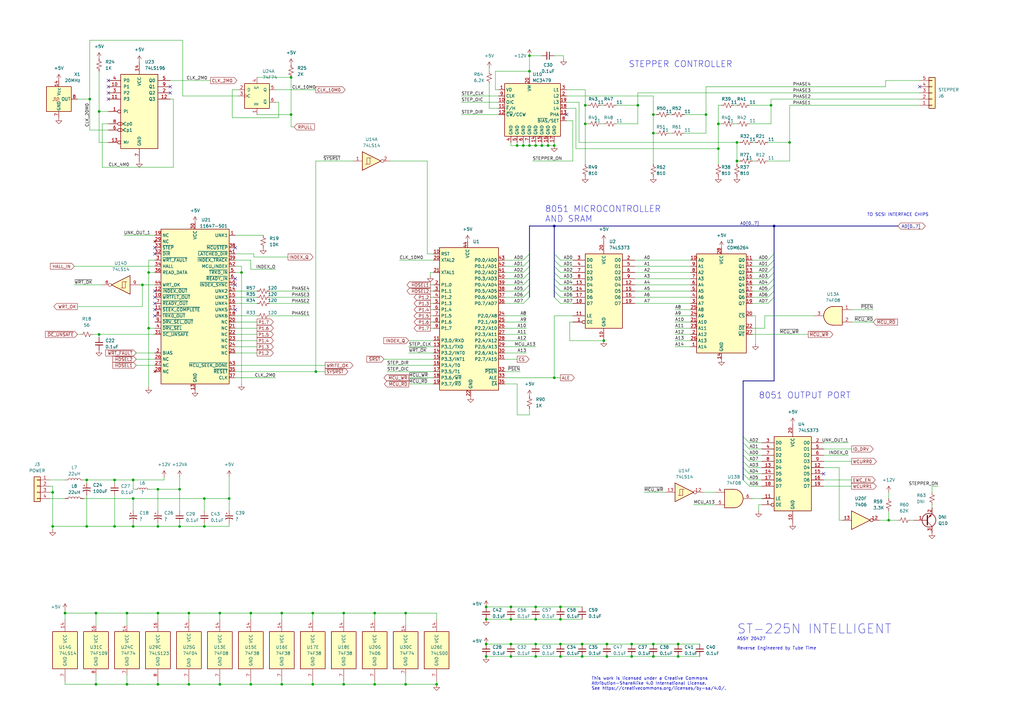
<source format=kicad_sch>
(kicad_sch (version 20230121) (generator eeschema)
  (paper "A3")
  (junction (at 119.38 46.99))
  (junction (at 317.5 92.71))
  (junction (at 90.17 280.67))
  (junction (at 39.37 280.67))
  (junction (at 209.55 248.92))
  (junction (at 46.99 215.9))
  (junction (at 90.17 251.46))
  (junction (at 229.87 248.92))
  (junction (at 35.56 196.85))
  (junction (at 83.82 215.9))
  (junction (at 364.49 213.36))
  (junction (at 238.76 264.16))
  (junction (at 323.85 58.42))
  (junction (at 219.71 59.69))
  (junction (at 294.64 60.96))
  (junction (at 52.07 280.67))
  (junction (at 240.03 43.18))
  (junction (at 58.42 116.84))
  (junction (at 99.06 111.76))
  (junction (at 21.59 201.93))
  (junction (at 267.97 269.24))
  (junction (at 129.54 152.4))
  (junction (at 102.87 251.46))
  (junction (at 52.07 251.46))
  (junction (at 227.33 59.69))
  (junction (at 73.66 215.9))
  (junction (at 214.63 59.69))
  (junction (at 219.71 269.24))
  (junction (at 128.27 280.67))
  (junction (at 140.97 280.67))
  (junction (at 316.23 43.18))
  (junction (at 217.17 29.21))
  (junction (at 26.67 251.46))
  (junction (at 60.96 134.62))
  (junction (at 240.03 50.8))
  (junction (at 35.56 215.9))
  (junction (at 278.13 269.24))
  (junction (at 166.37 280.67))
  (junction (at 21.59 215.9))
  (junction (at 115.57 280.67))
  (junction (at 248.92 269.24))
  (junction (at 224.79 59.69))
  (junction (at 77.47 251.46))
  (junction (at 199.39 248.92))
  (junction (at 179.07 280.67))
  (junction (at 119.38 31.75))
  (junction (at 199.39 254))
  (junction (at 54.61 215.9))
  (junction (at 209.55 264.16))
  (junction (at 302.26 66.04))
  (junction (at 64.77 280.67))
  (junction (at 217.17 59.69))
  (junction (at 294.64 50.8))
  (junction (at 267.97 54.61))
  (junction (at 83.82 204.47))
  (junction (at 102.87 280.67))
  (junction (at 128.27 251.46))
  (junction (at 248.92 264.16))
  (junction (at 227.33 154.94))
  (junction (at 209.55 269.24))
  (junction (at 39.37 251.46))
  (junction (at 217.17 22.86))
  (junction (at 64.77 251.46))
  (junction (at 73.66 200.66))
  (junction (at 302.26 58.42))
  (junction (at 267.97 264.16))
  (junction (at 77.47 280.67))
  (junction (at 54.61 196.85))
  (junction (at 60.96 111.76))
  (junction (at 93.98 204.47))
  (junction (at 115.57 251.46))
  (junction (at 267.97 46.99))
  (junction (at 140.97 251.46))
  (junction (at 259.08 264.16))
  (junction (at 278.13 264.16))
  (junction (at 219.71 254))
  (junction (at 261.62 43.18))
  (junction (at 219.71 264.16))
  (junction (at 166.37 251.46))
  (junction (at 289.56 46.99))
  (junction (at 153.67 251.46))
  (junction (at 64.77 200.66))
  (junction (at 153.67 280.67))
  (junction (at 36.83 40.64))
  (junction (at 259.08 269.24))
  (junction (at 199.39 264.16))
  (junction (at 222.25 59.69))
  (junction (at 199.39 269.24))
  (junction (at 64.77 215.9))
  (junction (at 46.99 196.85))
  (junction (at 40.64 45.72))
  (junction (at 219.71 248.92))
  (junction (at 229.87 269.24))
  (junction (at 40.64 137.16))
  (junction (at 229.87 254))
  (junction (at 54.61 204.47))
  (junction (at 229.87 264.16))
  (junction (at 227.33 92.71))
  (junction (at 212.09 59.69))
  (junction (at 247.65 139.7))
  (junction (at 238.76 269.24))
  (junction (at 209.55 254))
  (no_connect (at 44.45 35.56))
  (no_connect (at 69.85 35.56))
  (no_connect (at 63.5 124.46))
  (no_connect (at 377.19 35.56))
  (no_connect (at 63.5 129.54))
  (no_connect (at 63.5 127))
  (no_connect (at 96.52 116.84))
  (no_connect (at 96.52 114.3))
  (no_connect (at 96.52 127))
  (no_connect (at 63.5 121.92))
  (no_connect (at 96.52 101.6))
  (no_connect (at 232.41 46.99))
  (no_connect (at 63.5 104.14))
  (no_connect (at 63.5 119.38))
  (no_connect (at 337.82 194.31))
  (no_connect (at 44.45 38.1))
  (no_connect (at 69.85 38.1))
  (no_connect (at 44.45 40.64))
  (no_connect (at 63.5 101.6))
  (no_connect (at 44.45 33.02))
  (bus_entry (at 314.96 111.76) (size 2.54 -2.54))
  (bus_entry (at 229.87 116.84) (size -2.54 -2.54))
  (bus_entry (at 214.63 124.46) (size 2.54 -2.54))
  (bus_entry (at 307.34 196.85) (size -2.54 -2.54))
  (bus_entry (at 229.87 119.38) (size -2.54 -2.54))
  (bus_entry (at 307.34 191.77) (size -2.54 -2.54))
  (bus_entry (at 214.63 121.92) (size 2.54 -2.54))
  (bus_entry (at 229.87 121.92) (size -2.54 -2.54))
  (bus_entry (at 314.96 116.84) (size 2.54 -2.54))
  (bus_entry (at 214.63 114.3) (size 2.54 -2.54))
  (bus_entry (at 214.63 109.22) (size 2.54 -2.54))
  (bus_entry (at 229.87 124.46) (size -2.54 -2.54))
  (bus_entry (at 214.63 116.84) (size 2.54 -2.54))
  (bus_entry (at 307.34 189.23) (size -2.54 -2.54))
  (bus_entry (at 314.96 109.22) (size 2.54 -2.54))
  (bus_entry (at 307.34 199.39) (size -2.54 -2.54))
  (bus_entry (at 314.96 124.46) (size 2.54 -2.54))
  (bus_entry (at 229.87 111.76) (size -2.54 -2.54))
  (bus_entry (at 307.34 186.69) (size -2.54 -2.54))
  (bus_entry (at 307.34 184.15) (size -2.54 -2.54))
  (bus_entry (at 229.87 109.22) (size -2.54 -2.54))
  (bus_entry (at 229.87 106.68) (size -2.54 -2.54))
  (bus_entry (at 307.34 181.61) (size -2.54 -2.54))
  (bus_entry (at 314.96 119.38) (size 2.54 -2.54))
  (bus_entry (at 314.96 121.92) (size 2.54 -2.54))
  (bus_entry (at 314.96 114.3) (size 2.54 -2.54))
  (bus_entry (at 214.63 119.38) (size 2.54 -2.54))
  (bus_entry (at 229.87 114.3) (size -2.54 -2.54))
  (bus_entry (at 214.63 106.68) (size 2.54 -2.54))
  (bus_entry (at 307.34 194.31) (size -2.54 -2.54))
  (bus_entry (at 314.96 106.68) (size 2.54 -2.54))
  (bus_entry (at 214.63 111.76) (size 2.54 -2.54))
  (wire (pts (xy 337.82 191.77) (xy 344.17 191.77)))
  (wire (pts (xy 102.87 106.68) (xy 102.87 110.49)))
  (wire (pts (xy 114.3 48.26) (xy 114.3 41.91)))
  (wire (pts (xy 129.54 152.4) (xy 133.35 152.4)))
  (wire (pts (xy 52.07 280.67) (xy 64.77 280.67)))
  (wire (pts (xy 358.14 127) (xy 349.25 127)))
  (wire (pts (xy 234.95 66.04) (xy 218.44 66.04)))
  (wire (pts (xy 96.52 142.24) (xy 105.41 142.24)))
  (wire (pts (xy 267.97 264.16) (xy 278.13 264.16)))
  (wire (pts (xy 276.86 137.16) (xy 283.21 137.16)))
  (wire (pts (xy 46.99 203.2) (xy 46.99 215.9)))
  (wire (pts (xy 39.37 280.67) (xy 52.07 280.67)))
  (wire (pts (xy 200.66 44.45) (xy 204.47 44.45)))
  (wire (pts (xy 39.37 251.46) (xy 52.07 251.46)))
  (wire (pts (xy 289.56 35.56) (xy 363.22 35.56)))
  (wire (pts (xy 119.38 52.07) (xy 119.38 46.99)))
  (wire (pts (xy 104.14 105.41) (xy 118.11 105.41)))
  (wire (pts (xy 21.59 201.93) (xy 21.59 215.9)))
  (wire (pts (xy 119.38 52.07) (xy 120.65 52.07)))
  (bus (pts (xy 317.5 92.71) (xy 368.3 92.71)))
  (wire (pts (xy 364.49 209.55) (xy 364.49 213.36)))
  (bus (pts (xy 217.17 111.76) (xy 217.17 109.22)))
  (wire (pts (xy 294.64 60.96) (xy 294.64 67.31)))
  (wire (pts (xy 247.65 50.8) (xy 246.38 50.8)))
  (wire (pts (xy 280.67 54.61) (xy 289.56 54.61)))
  (wire (pts (xy 294.64 43.18) (xy 294.64 50.8)))
  (wire (pts (xy 229.87 116.84) (xy 234.95 116.84)))
  (bus (pts (xy 317.5 111.76) (xy 317.5 114.3)))
  (wire (pts (xy 229.87 121.92) (xy 234.95 121.92)))
  (wire (pts (xy 207.01 129.54) (xy 215.9 129.54)))
  (wire (pts (xy 309.88 129.54) (xy 309.88 140.97)))
  (wire (pts (xy 227.33 154.94) (xy 227.33 129.54)))
  (wire (pts (xy 99.06 111.76) (xy 99.06 157.48)))
  (wire (pts (xy 229.87 109.22) (xy 234.95 109.22)))
  (wire (pts (xy 96.52 149.86) (xy 133.35 149.86)))
  (wire (pts (xy 316.23 50.8) (xy 316.23 43.18)))
  (wire (pts (xy 21.59 201.93) (xy 20.32 201.93)))
  (wire (pts (xy 64.77 215.9) (xy 73.66 215.9)))
  (wire (pts (xy 303.53 58.42) (xy 302.26 58.42)))
  (wire (pts (xy 115.57 280.67) (xy 115.57 279.4)))
  (wire (pts (xy 95.25 36.83) (xy 95.25 48.26)))
  (bus (pts (xy 304.8 184.15) (xy 304.8 186.69)))
  (wire (pts (xy 204.47 36.83) (xy 203.2 36.83)))
  (wire (pts (xy 232.41 41.91) (xy 237.49 41.91)))
  (wire (pts (xy 382.27 199.39) (xy 382.27 201.93)))
  (wire (pts (xy 212.09 157.48) (xy 212.09 170.18)))
  (wire (pts (xy 176.53 134.62) (xy 177.8 134.62)))
  (wire (pts (xy 276.86 134.62) (xy 283.21 134.62)))
  (wire (pts (xy 60.96 111.76) (xy 60.96 134.62)))
  (wire (pts (xy 302.26 43.18) (xy 300.99 43.18)))
  (wire (pts (xy 248.92 264.16) (xy 259.08 264.16)))
  (bus (pts (xy 317.5 121.92) (xy 317.5 156.21)))
  (wire (pts (xy 31.75 125.73) (xy 58.42 125.73)))
  (wire (pts (xy 308.61 129.54) (xy 309.88 129.54)))
  (wire (pts (xy 21.59 215.9) (xy 21.59 217.17)))
  (wire (pts (xy 55.88 144.78) (xy 63.5 144.78)))
  (wire (pts (xy 176.53 132.08) (xy 177.8 132.08)))
  (bus (pts (xy 227.33 92.71) (xy 227.33 104.14)))
  (wire (pts (xy 219.71 264.16) (xy 229.87 264.16)))
  (wire (pts (xy 308.61 121.92) (xy 314.96 121.92)))
  (wire (pts (xy 90.17 251.46) (xy 102.87 251.46)))
  (wire (pts (xy 209.55 248.92) (xy 219.71 248.92)))
  (wire (pts (xy 219.71 59.69) (xy 219.71 58.42)))
  (wire (pts (xy 176.53 119.38) (xy 177.8 119.38)))
  (wire (pts (xy 337.82 181.61) (xy 347.98 181.61)))
  (wire (pts (xy 176.53 121.92) (xy 177.8 121.92)))
  (wire (pts (xy 260.35 116.84) (xy 283.21 116.84)))
  (wire (pts (xy 110.49 124.46) (xy 127 124.46)))
  (wire (pts (xy 93.98 214.63) (xy 93.98 215.9)))
  (wire (pts (xy 60.96 200.66) (xy 64.77 200.66)))
  (wire (pts (xy 212.09 170.18) (xy 217.17 170.18)))
  (wire (pts (xy 40.64 137.16) (xy 40.64 138.43)))
  (wire (pts (xy 115.57 251.46) (xy 115.57 254)))
  (wire (pts (xy 203.2 29.21) (xy 217.17 29.21)))
  (wire (pts (xy 73.66 195.58) (xy 73.66 200.66)))
  (bus (pts (xy 227.33 104.14) (xy 227.33 106.68)))
  (wire (pts (xy 382.27 207.01) (xy 382.27 208.28)))
  (wire (pts (xy 64.77 280.67) (xy 64.77 279.4)))
  (wire (pts (xy 167.64 144.78) (xy 177.8 144.78)))
  (wire (pts (xy 260.35 106.68) (xy 283.21 106.68)))
  (bus (pts (xy 317.5 114.3) (xy 317.5 116.84)))
  (wire (pts (xy 207.01 152.4) (xy 213.36 152.4)))
  (wire (pts (xy 364.49 201.93) (xy 364.49 204.47)))
  (wire (pts (xy 102.87 110.49) (xy 113.03 110.49)))
  (wire (pts (xy 232.41 44.45) (xy 236.22 44.45)))
  (wire (pts (xy 189.23 39.37) (xy 204.47 39.37)))
  (wire (pts (xy 224.79 59.69) (xy 224.79 58.42)))
  (wire (pts (xy 323.85 58.42) (xy 323.85 43.18)))
  (wire (pts (xy 313.69 134.62) (xy 313.69 129.54)))
  (wire (pts (xy 36.83 16.51) (xy 36.83 40.64)))
  (wire (pts (xy 58.42 125.73) (xy 58.42 116.84)))
  (wire (pts (xy 199.39 254) (xy 209.55 254)))
  (wire (pts (xy 260.35 121.92) (xy 283.21 121.92)))
  (wire (pts (xy 267.97 39.37) (xy 267.97 46.99)))
  (wire (pts (xy 102.87 251.46) (xy 115.57 251.46)))
  (wire (pts (xy 323.85 43.18) (xy 377.19 43.18)))
  (wire (pts (xy 26.67 280.67) (xy 26.67 279.4)))
  (bus (pts (xy 217.17 114.3) (xy 217.17 111.76)))
  (wire (pts (xy 344.17 213.36) (xy 345.44 213.36)))
  (wire (pts (xy 40.64 58.42) (xy 44.45 58.42)))
  (bus (pts (xy 317.5 119.38) (xy 317.5 121.92)))
  (wire (pts (xy 166.37 251.46) (xy 179.07 251.46)))
  (wire (pts (xy 176.53 111.76) (xy 176.53 113.03)))
  (wire (pts (xy 69.85 40.64) (xy 71.12 40.64)))
  (bus (pts (xy 304.8 194.31) (xy 304.8 196.85)))
  (wire (pts (xy 219.71 248.92) (xy 229.87 248.92)))
  (wire (pts (xy 207.01 121.92) (xy 214.63 121.92)))
  (bus (pts (xy 227.33 92.71) (xy 317.5 92.71)))
  (wire (pts (xy 267.97 54.61) (xy 267.97 67.31)))
  (wire (pts (xy 93.98 204.47) (xy 83.82 204.47)))
  (wire (pts (xy 77.47 251.46) (xy 77.47 254)))
  (wire (pts (xy 60.96 111.76) (xy 63.5 111.76)))
  (wire (pts (xy 54.61 215.9) (xy 64.77 215.9)))
  (wire (pts (xy 54.61 200.66) (xy 54.61 196.85)))
  (wire (pts (xy 67.31 195.58) (xy 67.31 196.85)))
  (wire (pts (xy 234.95 49.53) (xy 234.95 66.04)))
  (wire (pts (xy 63.5 106.68) (xy 60.96 106.68)))
  (wire (pts (xy 307.34 189.23) (xy 312.42 189.23)))
  (wire (pts (xy 309.88 58.42) (xy 308.61 58.42)))
  (wire (pts (xy 308.61 109.22) (xy 314.96 109.22)))
  (wire (pts (xy 337.82 186.69) (xy 347.98 186.69)))
  (wire (pts (xy 207.01 109.22) (xy 214.63 109.22)))
  (bus (pts (xy 317.5 156.21) (xy 304.8 156.21)))
  (wire (pts (xy 74.93 16.51) (xy 36.83 16.51)))
  (wire (pts (xy 115.57 251.46) (xy 128.27 251.46)))
  (wire (pts (xy 199.39 269.24) (xy 209.55 269.24)))
  (wire (pts (xy 160.02 66.04) (xy 175.26 66.04)))
  (wire (pts (xy 236.22 60.96) (xy 294.64 60.96)))
  (wire (pts (xy 129.54 66.04) (xy 129.54 152.4)))
  (wire (pts (xy 276.86 129.54) (xy 283.21 129.54)))
  (wire (pts (xy 199.39 264.16) (xy 209.55 264.16)))
  (wire (pts (xy 54.61 204.47) (xy 83.82 204.47)))
  (bus (pts (xy 304.8 156.21) (xy 304.8 179.07)))
  (wire (pts (xy 217.17 59.69) (xy 217.17 58.42)))
  (bus (pts (xy 317.5 109.22) (xy 317.5 111.76)))
  (wire (pts (xy 157.48 147.32) (xy 177.8 147.32)))
  (wire (pts (xy 207.01 116.84) (xy 214.63 116.84)))
  (wire (pts (xy 337.82 184.15) (xy 349.25 184.15)))
  (wire (pts (xy 295.91 50.8) (xy 294.64 50.8)))
  (wire (pts (xy 260.35 114.3) (xy 283.21 114.3)))
  (wire (pts (xy 129.54 66.04) (xy 144.78 66.04)))
  (wire (pts (xy 104.14 104.14) (xy 104.14 105.41)))
  (wire (pts (xy 54.61 214.63) (xy 54.61 215.9)))
  (wire (pts (xy 307.34 43.18) (xy 316.23 43.18)))
  (wire (pts (xy 96.52 96.52) (xy 107.95 96.52)))
  (wire (pts (xy 140.97 251.46) (xy 140.97 254)))
  (bus (pts (xy 227.33 116.84) (xy 227.33 119.38)))
  (wire (pts (xy 264.16 201.93) (xy 273.05 201.93)))
  (wire (pts (xy 237.49 58.42) (xy 302.26 58.42)))
  (wire (pts (xy 39.37 276.86) (xy 39.37 280.67)))
  (wire (pts (xy 280.67 46.99) (xy 289.56 46.99)))
  (wire (pts (xy 222.25 59.69) (xy 224.79 59.69)))
  (wire (pts (xy 311.15 207.01) (xy 311.15 209.55)))
  (wire (pts (xy 69.85 33.02) (xy 86.36 33.02)))
  (wire (pts (xy 227.33 59.69) (xy 227.33 58.42)))
  (wire (pts (xy 77.47 280.67) (xy 90.17 280.67)))
  (wire (pts (xy 102.87 280.67) (xy 115.57 280.67)))
  (wire (pts (xy 35.56 196.85) (xy 35.56 198.12)))
  (wire (pts (xy 308.61 116.84) (xy 314.96 116.84)))
  (wire (pts (xy 209.55 269.24) (xy 219.71 269.24)))
  (wire (pts (xy 21.59 199.39) (xy 21.59 201.93)))
  (wire (pts (xy 207.01 132.08) (xy 215.9 132.08)))
  (wire (pts (xy 175.26 104.14) (xy 177.8 104.14)))
  (wire (pts (xy 224.79 59.69) (xy 227.33 59.69)))
  (wire (pts (xy 229.87 119.38) (xy 234.95 119.38)))
  (wire (pts (xy 207.01 137.16) (xy 215.9 137.16)))
  (wire (pts (xy 240.03 50.8) (xy 240.03 67.31)))
  (wire (pts (xy 128.27 280.67) (xy 128.27 279.4)))
  (bus (pts (xy 217.17 109.22) (xy 217.17 106.68)))
  (wire (pts (xy 260.35 111.76) (xy 283.21 111.76)))
  (wire (pts (xy 71.12 40.64) (xy 71.12 68.58)))
  (wire (pts (xy 233.68 132.08) (xy 233.68 139.7)))
  (wire (pts (xy 31.75 40.64) (xy 36.83 40.64)))
  (wire (pts (xy 189.23 46.99) (xy 204.47 46.99)))
  (wire (pts (xy 252.73 43.18) (xy 261.62 43.18)))
  (wire (pts (xy 267.97 269.24) (xy 278.13 269.24)))
  (wire (pts (xy 276.86 127) (xy 283.21 127)))
  (wire (pts (xy 179.07 280.67) (xy 179.07 279.4)))
  (wire (pts (xy 102.87 280.67) (xy 102.87 279.4)))
  (wire (pts (xy 128.27 251.46) (xy 140.97 251.46)))
  (wire (pts (xy 259.08 264.16) (xy 267.97 264.16)))
  (wire (pts (xy 110.49 121.92) (xy 127 121.92)))
  (wire (pts (xy 140.97 280.67) (xy 153.67 280.67)))
  (wire (pts (xy 166.37 280.67) (xy 179.07 280.67)))
  (wire (pts (xy 179.07 251.46) (xy 179.07 254)))
  (wire (pts (xy 60.96 106.68) (xy 60.96 111.76)))
  (wire (pts (xy 309.88 66.04) (xy 308.61 66.04)))
  (wire (pts (xy 189.23 41.91) (xy 204.47 41.91)))
  (wire (pts (xy 295.91 43.18) (xy 294.64 43.18)))
  (wire (pts (xy 73.66 214.63) (xy 73.66 215.9)))
  (wire (pts (xy 284.48 207.01) (xy 293.37 207.01)))
  (wire (pts (xy 52.07 251.46) (xy 52.07 256.54)))
  (bus (pts (xy 217.17 119.38) (xy 217.17 116.84)))
  (wire (pts (xy 238.76 269.24) (xy 248.92 269.24)))
  (wire (pts (xy 303.53 66.04) (xy 302.26 66.04)))
  (wire (pts (xy 119.38 46.99) (xy 119.38 31.75)))
  (wire (pts (xy 96.52 119.38) (xy 105.41 119.38)))
  (wire (pts (xy 176.53 129.54) (xy 177.8 129.54)))
  (wire (pts (xy 153.67 280.67) (xy 166.37 280.67)))
  (wire (pts (xy 217.17 59.69) (xy 219.71 59.69)))
  (wire (pts (xy 214.63 59.69) (xy 214.63 58.42)))
  (wire (pts (xy 308.61 124.46) (xy 314.96 124.46)))
  (wire (pts (xy 308.61 204.47) (xy 312.42 204.47)))
  (bus (pts (xy 304.8 186.69) (xy 304.8 189.23)))
  (wire (pts (xy 360.68 213.36) (xy 364.49 213.36)))
  (wire (pts (xy 269.24 54.61) (xy 267.97 54.61)))
  (wire (pts (xy 308.61 111.76) (xy 314.96 111.76)))
  (bus (pts (xy 304.8 191.77) (xy 304.8 194.31)))
  (wire (pts (xy 302.26 66.04) (xy 302.26 58.42)))
  (wire (pts (xy 307.34 191.77) (xy 312.42 191.77)))
  (wire (pts (xy 46.99 196.85) (xy 46.99 198.12)))
  (wire (pts (xy 214.63 59.69) (xy 217.17 59.69)))
  (wire (pts (xy 64.77 200.66) (xy 73.66 200.66)))
  (wire (pts (xy 176.53 124.46) (xy 177.8 124.46)))
  (wire (pts (xy 229.87 264.16) (xy 238.76 264.16)))
  (wire (pts (xy 200.66 34.29) (xy 200.66 44.45)))
  (wire (pts (xy 314.96 58.42) (xy 323.85 58.42)))
  (wire (pts (xy 26.67 250.19) (xy 26.67 251.46)))
  (wire (pts (xy 308.61 137.16) (xy 331.47 137.16)))
  (wire (pts (xy 110.49 129.54) (xy 127 129.54)))
  (wire (pts (xy 102.87 251.46) (xy 102.87 254)))
  (wire (pts (xy 30.48 116.84) (xy 41.91 116.84)))
  (bus (pts (xy 227.33 111.76) (xy 227.33 114.3)))
  (wire (pts (xy 209.55 59.69) (xy 209.55 58.42)))
  (wire (pts (xy 209.55 254) (xy 219.71 254)))
  (wire (pts (xy 55.88 149.86) (xy 63.5 149.86)))
  (wire (pts (xy 90.17 251.46) (xy 90.17 254)))
  (wire (pts (xy 247.65 43.18) (xy 246.38 43.18)))
  (wire (pts (xy 307.34 181.61) (xy 312.42 181.61)))
  (wire (pts (xy 20.32 204.47) (xy 26.67 204.47)))
  (wire (pts (xy 74.93 39.37) (xy 74.93 16.51)))
  (wire (pts (xy 31.75 137.16) (xy 33.02 137.16)))
  (wire (pts (xy 323.85 66.04) (xy 323.85 58.42)))
  (wire (pts (xy 177.8 111.76) (xy 176.53 111.76)))
  (bus (pts (xy 217.17 106.68) (xy 217.17 104.14)))
  (wire (pts (xy 219.71 254) (xy 229.87 254)))
  (wire (pts (xy 50.8 96.52) (xy 63.5 96.52)))
  (wire (pts (xy 90.17 280.67) (xy 102.87 280.67)))
  (wire (pts (xy 237.49 41.91) (xy 237.49 58.42)))
  (wire (pts (xy 175.26 66.04) (xy 175.26 104.14)))
  (wire (pts (xy 34.29 196.85) (xy 35.56 196.85)))
  (wire (pts (xy 276.86 132.08) (xy 283.21 132.08)))
  (wire (pts (xy 363.22 33.02) (xy 363.22 35.56)))
  (wire (pts (xy 140.97 280.67) (xy 140.97 279.4)))
  (wire (pts (xy 276.86 142.24) (xy 283.21 142.24)))
  (wire (pts (xy 26.67 280.67) (xy 39.37 280.67)))
  (wire (pts (xy 260.35 119.38) (xy 283.21 119.38)))
  (wire (pts (xy 219.71 59.69) (xy 222.25 59.69)))
  (wire (pts (xy 176.53 127) (xy 177.8 127)))
  (wire (pts (xy 200.66 27.94) (xy 200.66 29.21)))
  (wire (pts (xy 115.57 280.67) (xy 128.27 280.67)))
  (wire (pts (xy 153.67 251.46) (xy 166.37 251.46)))
  (wire (pts (xy 377.19 33.02) (xy 363.22 33.02)))
  (wire (pts (xy 312.42 207.01) (xy 311.15 207.01)))
  (wire (pts (xy 96.52 134.62) (xy 105.41 134.62)))
  (wire (pts (xy 60.96 134.62) (xy 60.96 158.75)))
  (wire (pts (xy 207.01 144.78) (xy 215.9 144.78)))
  (wire (pts (xy 54.61 196.85) (xy 67.31 196.85)))
  (bus (pts (xy 304.8 179.07) (xy 304.8 181.61)))
  (wire (pts (xy 96.52 132.08) (xy 105.41 132.08)))
  (wire (pts (xy 176.53 116.84) (xy 177.8 116.84)))
  (wire (pts (xy 57.15 116.84) (xy 58.42 116.84)))
  (wire (pts (xy 308.61 119.38) (xy 314.96 119.38)))
  (bus (pts (xy 304.8 189.23) (xy 304.8 191.77)))
  (wire (pts (xy 207.01 154.94) (xy 227.33 154.94)))
  (wire (pts (xy 217.17 29.21) (xy 217.17 31.75)))
  (wire (pts (xy 308.61 114.3) (xy 314.96 114.3)))
  (wire (pts (xy 83.82 215.9) (xy 93.98 215.9)))
  (wire (pts (xy 64.77 251.46) (xy 64.77 254)))
  (wire (pts (xy 384.81 199.39) (xy 382.27 199.39)))
  (wire (pts (xy 227.33 129.54) (xy 234.95 129.54)))
  (bus (pts (xy 227.33 114.3) (xy 227.33 116.84)))
  (wire (pts (xy 97.79 36.83) (xy 95.25 36.83)))
  (wire (pts (xy 232.41 36.83) (xy 240.03 36.83)))
  (wire (pts (xy 316.23 40.64) (xy 377.19 40.64)))
  (wire (pts (xy 40.64 137.16) (xy 63.5 137.16)))
  (wire (pts (xy 40.64 29.21) (xy 40.64 45.72)))
  (wire (pts (xy 260.35 124.46) (xy 283.21 124.46)))
  (wire (pts (xy 217.17 170.18) (xy 217.17 167.64)))
  (wire (pts (xy 276.86 139.7) (xy 283.21 139.7)))
  (wire (pts (xy 261.62 38.1) (xy 261.62 43.18)))
  (wire (pts (xy 307.34 184.15) (xy 312.42 184.15)))
  (wire (pts (xy 207.01 157.48) (xy 212.09 157.48)))
  (wire (pts (xy 36.83 53.34) (xy 44.45 53.34)))
  (wire (pts (xy 307.34 194.31) (xy 312.42 194.31)))
  (wire (pts (xy 113.03 36.83) (xy 129.54 36.83)))
  (wire (pts (xy 128.27 280.67) (xy 140.97 280.67)))
  (wire (pts (xy 207.01 124.46) (xy 214.63 124.46)))
  (wire (pts (xy 240.03 36.83) (xy 240.03 43.18)))
  (wire (pts (xy 222.25 59.69) (xy 222.25 58.42)))
  (wire (pts (xy 64.77 251.46) (xy 77.47 251.46)))
  (wire (pts (xy 275.59 46.99) (xy 274.32 46.99)))
  (wire (pts (xy 358.14 132.08) (xy 349.25 132.08)))
  (wire (pts (xy 77.47 280.67) (xy 77.47 279.4)))
  (wire (pts (xy 231.14 22.86) (xy 231.14 24.13)))
  (wire (pts (xy 337.82 199.39) (xy 349.25 199.39)))
  (wire (pts (xy 83.82 214.63) (xy 83.82 215.9)))
  (wire (pts (xy 166.37 251.46) (xy 166.37 256.54)))
  (wire (pts (xy 96.52 144.78) (xy 105.41 144.78)))
  (bus (pts (xy 304.8 181.61) (xy 304.8 184.15)))
  (wire (pts (xy 289.56 35.56) (xy 289.56 46.99)))
  (wire (pts (xy 267.97 46.99) (xy 267.97 54.61)))
  (wire (pts (xy 227.33 22.86) (xy 231.14 22.86)))
  (wire (pts (xy 64.77 214.63) (xy 64.77 215.9)))
  (bus (pts (xy 227.33 119.38) (xy 227.33 121.92)))
  (wire (pts (xy 229.87 124.46) (xy 234.95 124.46)))
  (wire (pts (xy 95.25 48.26) (xy 114.3 48.26)))
  (wire (pts (xy 34.29 204.47) (xy 54.61 204.47)))
  (wire (pts (xy 212.09 59.69) (xy 214.63 59.69)))
  (wire (pts (xy 261.62 50.8) (xy 261.62 43.18)))
  (wire (pts (xy 26.67 251.46) (xy 39.37 251.46)))
  (wire (pts (xy 46.99 215.9) (xy 35.56 215.9)))
  (bus (pts (xy 317.5 92.71) (xy 317.5 104.14)))
  (bus (pts (xy 227.33 106.68) (xy 227.33 109.22)))
  (wire (pts (xy 229.87 269.24) (xy 238.76 269.24)))
  (wire (pts (xy 248.92 269.24) (xy 259.08 269.24)))
  (wire (pts (xy 158.75 149.86) (xy 177.8 149.86)))
  (wire (pts (xy 96.52 121.92) (xy 105.41 121.92)))
  (wire (pts (xy 307.34 50.8) (xy 316.23 50.8)))
  (wire (pts (xy 96.52 152.4) (xy 129.54 152.4)))
  (bus (pts (xy 317.5 106.68) (xy 317.5 109.22)))
  (wire (pts (xy 240.03 43.18) (xy 240.03 50.8)))
  (wire (pts (xy 96.52 154.94) (xy 113.03 154.94)))
  (bus (pts (xy 217.17 104.14) (xy 217.17 92.71)))
  (wire (pts (xy 307.34 186.69) (xy 312.42 186.69)))
  (wire (pts (xy 219.71 269.24) (xy 229.87 269.24)))
  (wire (pts (xy 163.83 106.68) (xy 177.8 106.68)))
  (wire (pts (xy 167.64 157.48) (xy 177.8 157.48)))
  (bus (pts (xy 217.17 92.71) (xy 227.33 92.71)))
  (wire (pts (xy 308.61 106.68) (xy 314.96 106.68)))
  (wire (pts (xy 41.91 68.58) (xy 41.91 50.8)))
  (wire (pts (xy 259.08 269.24) (xy 267.97 269.24)))
  (wire (pts (xy 73.66 215.9) (xy 83.82 215.9)))
  (wire (pts (xy 227.33 154.94) (xy 229.87 154.94)))
  (wire (pts (xy 229.87 254) (xy 238.76 254)))
  (wire (pts (xy 212.09 59.69) (xy 212.09 58.42)))
  (bus (pts (xy 227.33 109.22) (xy 227.33 111.76)))
  (wire (pts (xy 128.27 251.46) (xy 128.27 254)))
  (wire (pts (xy 207.01 111.76) (xy 214.63 111.76)))
  (wire (pts (xy 35.56 203.2) (xy 35.56 215.9)))
  (wire (pts (xy 308.61 134.62) (xy 313.69 134.62)))
  (wire (pts (xy 97.79 39.37) (xy 74.93 39.37)))
  (wire (pts (xy 96.52 124.46) (xy 105.41 124.46)))
  (wire (pts (xy 93.98 209.55) (xy 93.98 204.47)))
  (bus (pts (xy 317.5 116.84) (xy 317.5 119.38)))
  (wire (pts (xy 278.13 269.24) (xy 287.02 269.24)))
  (wire (pts (xy 140.97 251.46) (xy 153.67 251.46)))
  (wire (pts (xy 241.3 43.18) (xy 240.03 43.18)))
  (wire (pts (xy 44.45 45.72) (xy 40.64 45.72)))
  (wire (pts (xy 167.64 139.7) (xy 177.8 139.7)))
  (wire (pts (xy 294.64 50.8) (xy 294.64 60.96)))
  (wire (pts (xy 207.01 119.38) (xy 214.63 119.38)))
  (wire (pts (xy 313.69 129.54) (xy 334.01 129.54)))
  (wire (pts (xy 46.99 215.9) (xy 54.61 215.9)))
  (wire (pts (xy 36.83 40.64) (xy 36.83 53.34)))
  (wire (pts (xy 110.49 119.38) (xy 127 119.38)))
  (wire (pts (xy 207.01 106.68) (xy 214.63 106.68)))
  (wire (pts (xy 337.82 189.23) (xy 349.25 189.23)))
  (wire (pts (xy 58.42 116.84) (xy 63.5 116.84)))
  (wire (pts (xy 46.99 196.85) (xy 54.61 196.85)))
  (wire (pts (xy 229.87 111.76) (xy 234.95 111.76)))
  (wire (pts (xy 96.52 139.7) (xy 105.41 139.7)))
  (wire (pts (xy 96.52 137.16) (xy 105.41 137.16)))
  (wire (pts (xy 21.59 215.9) (xy 35.56 215.9)))
  (wire (pts (xy 261.62 38.1) (xy 377.19 38.1)))
  (wire (pts (xy 167.64 142.24) (xy 177.8 142.24)))
  (bus (pts (xy 217.17 116.84) (xy 217.17 114.3)))
  (wire (pts (xy 54.61 204.47) (xy 54.61 209.55)))
  (wire (pts (xy 241.3 50.8) (xy 240.03 50.8)))
  (wire (pts (xy 38.1 137.16) (xy 40.64 137.16)))
  (wire (pts (xy 40.64 45.72) (xy 40.64 58.42)))
  (bus (pts (xy 317.5 104.14) (xy 317.5 106.68)))
  (wire (pts (xy 99.06 109.22) (xy 99.06 111.76)))
  (wire (pts (xy 234.95 132.08) (xy 233.68 132.08)))
  (wire (pts (xy 373.38 213.36) (xy 374.65 213.36)))
  (wire (pts (xy 153.67 279.4) (xy 153.67 280.67)))
  (wire (pts (xy 71.12 68.58) (xy 41.91 68.58)))
  (wire (pts (xy 52.07 276.86) (xy 52.07 280.67)))
  (wire (pts (xy 207.01 147.32) (xy 212.09 147.32)))
  (wire (pts (xy 64.77 280.67) (xy 77.47 280.67)))
  (wire (pts (xy 314.96 66.04) (xy 323.85 66.04)))
  (wire (pts (xy 207.01 134.62) (xy 215.9 134.62)))
  (wire (pts (xy 90.17 280.67) (xy 90.17 279.4)))
  (wire (pts (xy 344.17 191.77) (xy 344.17 213.36)))
  (wire (pts (xy 167.64 154.94) (xy 177.8 154.94)))
  (wire (pts (xy 203.2 36.83) (xy 203.2 29.21)))
  (wire (pts (xy 55.88 147.32) (xy 63.5 147.32)))
  (wire (pts (xy 26.67 251.46) (xy 26.67 254)))
  (wire (pts (xy 207.01 114.3) (xy 214.63 114.3)))
  (wire (pts (xy 209.55 264.16) (xy 219.71 264.16)))
  (wire (pts (xy 307.34 199.39) (xy 312.42 199.39)))
  (wire (pts (xy 289.56 54.61) (xy 289.56 46.99)))
  (wire (pts (xy 52.07 251.46) (xy 64.77 251.46)))
  (wire (pts (xy 39.37 251.46) (xy 39.37 256.54)))
  (wire (pts (xy 269.24 46.99) (xy 267.97 46.99)))
  (wire (pts (xy 236.22 44.45) (xy 236.22 60.96)))
  (wire (pts (xy 217.17 22.86) (xy 217.17 29.21)))
  (wire (pts (xy 158.75 152.4) (xy 177.8 152.4)))
  (wire (pts (xy 166.37 280.67) (xy 166.37 276.86)))
  (wire (pts (xy 199.39 248.92) (xy 209.55 248.92)))
  (wire (pts (xy 21.59 199.39) (xy 20.32 199.39)))
  (wire (pts (xy 20.32 196.85) (xy 26.67 196.85)))
  (wire (pts (xy 229.87 114.3) (xy 234.95 114.3)))
  (wire (pts (xy 114.3 41.91) (xy 113.03 41.91)))
  (wire (pts (xy 105.41 46.99) (xy 119.38 46.99)))
  (wire (pts (xy 55.88 200.66) (xy 54.61 200.66)))
  (wire (pts (xy 307.34 196.85) (xy 312.42 196.85)))
  (wire (pts (xy 96.52 104.14) (xy 104.14 104.14)))
  (wire (pts (xy 73.66 200.66) (xy 73.66 209.55)))
  (bus (pts (xy 217.17 121.92) (xy 217.17 119.38)))
  (wire (pts (xy 222.25 22.86) (xy 217.17 22.86)))
  (wire (pts (xy 209.55 59.69) (xy 212.09 59.69)))
  (wire (pts (xy 316.23 40.64) (xy 316.23 43.18)))
  (wire (pts (xy 229.87 106.68) (xy 234.95 106.68)))
  (wire (pts (xy 96.52 106.68) (xy 102.87 106.68)))
  (wire (pts (xy 77.47 251.46) (xy 90.17 251.46)))
  (wire (pts (xy 232.41 39.37) (xy 267.97 39.37)))
  (wire (pts (xy 278.13 264.16) (xy 287.02 264.16)))
  (wire (pts (xy 232.41 49.53) (xy 234.95 49.53)))
  (wire (pts (xy 41.91 50.8) (xy 44.45 50.8)))
  (wire (pts (xy 229.87 248.92) (xy 238.76 248.92)))
  (wire (pts (xy 35.56 196.85) (xy 46.99 196.85)))
  (wire (pts (xy 302.26 50.8) (xy 300.99 50.8)))
  (wire (pts (xy 64.77 200.66) (xy 64.77 209.55)))
  (wire (pts (xy 233.68 139.7) (xy 247.65 139.7)))
  (wire (pts (xy 119.38 31.75) (xy 105.41 31.75)))
  (wire (pts (xy 207.01 139.7) (xy 215.9 139.7)))
  (wire (pts (xy 337.82 196.85) (xy 349.25 196.85)))
  (wire (pts (xy 83.82 204.47) (xy 83.82 209.55)))
  (wire (pts (xy 153.67 254) (xy 153.67 251.46)))
  (wire (pts (xy 238.76 264.16) (xy 248.92 264.16)))
  (wire (pts (xy 207.01 142.24) (xy 219.71 142.24)))
  (wire (pts (xy 93.98 195.58) (xy 93.98 204.47)))
  (wire (pts (xy 288.29 201.93) (xy 293.37 201.93)))
  (wire (pts (xy 30.48 109.22) (xy 63.5 109.22)))
  (wire (pts (xy 364.49 213.36) (xy 368.3 213.36)))
  (wire (pts (xy 302.26 66.04) (xy 302.26 67.31)))
  (wire (pts (xy 275.59 54.61) (xy 274.32 54.61)))
  (wire (pts (xy 60.96 134.62) (xy 63.5 134.62)))
  (wire (pts (xy 260.35 109.22) (xy 283.21 109.22)))
  (wire (pts (xy 96.52 111.76) (xy 99.06 111.76)))
  (wire (pts (xy 96.52 109.22) (xy 99.06 109.22)))
  (wire (pts (xy 96.52 129.54) (xy 105.41 129.54)))
  (wire (pts (xy 252.73 50.8) (xy 261.62 50.8)))
  (text "This work is licensed under a Creative Commons\nAttribution-ShareAlike 4.0 International License.\nSee https://creativecommons.org/licenses/by-sa/4.0/.\n" (at 242.57 283.21 0) (effects (font (size 1.27 1.27)) (justify left bottom)))
  (text "ASSY 20427" (at 302.26 262.89 0) (effects (font (size 1.27 1.27)) (justify left bottom)))
  (text "Reverse Engineered by Tube Time" (at 302.26 266.7 0) (effects (font (size 1.27 1.27)) (justify left bottom)))
  (text "8051 OUTPUT PORT" (at 311.15 163.83 0) (effects (font (size 2.54 2.54)) (justify left bottom)))
  (text "TO SCSI INTERFACE CHIPS" (at 355.6 88.9 0) (effects (font (size 1.27 1.27)) (justify left bottom)))
  (text "8051 MICROCONTROLLER\nAND SRAM" (at 223.52 91.44 0) (effects (font (size 2.54 2.54)) (justify left bottom)))
  (text "ST-225N INTELLIGENT" (at 302.26 260.35 0) (effects (font (size 3.81 3.81)) (justify left bottom)))
  (text "STEPPER CONTROLLER" (at 257.81 27.94 0) (effects (font (size 2.54 2.54)) (justify left bottom)))
  (label "AD6" (at 307.34 199.39 0))
  (label "AD4" (at 210.82 116.84 0))
  (label "CLK_10M0" (at 129.54 36.83 180))
  (label "A14" (at 276.86 142.24 0))
  (label "~{WRT_OK}" (at 30.48 116.84 0))
  (label "AD5" (at 231.14 119.38 0))
  (label "AD6" (at 231.14 121.92 0))
  (label "STEP_CLK" (at 189.23 39.37 0))
  (label "A12" (at 215.9 139.7 180))
  (label "PHASE1" (at 325.12 43.18 0))
  (label "AD2" (at 314.96 111.76 180))
  (label "A9" (at 215.9 132.08 180))
  (label "A10" (at 215.9 134.62 180))
  (label "A13" (at 215.9 144.78 180))
  (label "~{MCU_RD}" (at 167.64 157.48 0))
  (label "~{PSEN}" (at 213.36 152.4 180))
  (label "AD2" (at 231.14 111.76 0))
  (label "A5" (at 264.16 119.38 0))
  (label "CLK_2M0" (at 85.09 33.02 180))
  (label "AD4" (at 231.14 116.84 0))
  (label "~{MCU_WR}" (at 264.16 201.93 0))
  (label "AD[0..7]" (at 303.53 92.71 0))
  (label "AD7" (at 231.14 124.46 0))
  (label "STEP_CLK" (at 167.64 142.24 0))
  (label "PHASE4" (at 127 119.38 180))
  (label "AD3" (at 314.96 114.3 180))
  (label "AD4" (at 307.34 194.31 0))
  (label "A0" (at 264.16 106.68 0))
  (label "PHASE4" (at 325.12 35.56 0))
  (label "AD2" (at 307.34 181.61 0))
  (label "AD3" (at 307.34 191.77 0))
  (label "PHASE2" (at 325.12 40.64 0))
  (label "STEP_DIR" (at 189.23 46.99 0))
  (label "AD5" (at 314.96 119.38 180))
  (label "INDEX_O" (at 347.98 186.69 180))
  (label "~{PSEN}" (at 358.14 127 180))
  (label "~{MCU_WR}" (at 167.64 154.94 0))
  (label "AD6" (at 210.82 121.92 0))
  (label "UNK_OUT_1" (at 50.8 96.52 0))
  (label "A12" (at 276.86 137.16 0))
  (label "A8" (at 215.9 129.54 180))
  (label "AD1" (at 231.14 109.22 0))
  (label "MCU_A13" (at 219.71 142.24 180))
  (label "AD7" (at 210.82 124.46 0))
  (label "A11" (at 215.9 137.16 180))
  (label "AD3" (at 210.82 114.3 0))
  (label "A13" (at 276.86 139.7 0))
  (label "AD2" (at 210.82 111.76 0))
  (label "PHASE3" (at 127 121.92 180))
  (label "A1" (at 264.16 109.22 0))
  (label "PHASE2" (at 127 124.46 180))
  (label "PHASE1" (at 127 129.54 180))
  (label "CLK_20M0" (at 36.83 52.07 90))
  (label "AD1" (at 210.82 109.22 0))
  (label "AD0" (at 314.96 106.68 180))
  (label "STEP_OIC" (at 189.23 41.91 0))
  (label "AD6" (at 314.96 121.92 180))
  (label "STEP_OIC" (at 158.75 152.4 0))
  (label "AD4" (at 314.96 116.84 180))
  (label "AD5" (at 307.34 196.85 0))
  (label "A7" (at 264.16 124.46 0))
  (label "CLK_10M0" (at 163.83 106.68 0))
  (label "AD0" (at 307.34 186.69 0))
  (label "A4" (at 264.16 116.84 0))
  (label "~{MCU_RD}" (at 358.14 132.08 180))
  (label "~{SYSRST}" (at 139.7 66.04 180))
  (label "A6" (at 264.16 121.92 0))
  (label "A10" (at 276.86 132.08 0))
  (label "AD3" (at 231.14 114.3 0))
  (label "AD7" (at 307.34 189.23 0))
  (label "AD1" (at 307.34 184.15 0))
  (label "AD5" (at 210.82 119.38 0))
  (label "~{WRT_OK}" (at 167.64 144.78 0))
  (label "A9" (at 276.86 129.54 0))
  (label "STEP_DIR" (at 158.75 149.86 0))
  (label "STEPPER_ON" (at 384.81 199.39 180))
  (label "MCU_A13" (at 284.48 207.01 0))
  (label "AD0" (at 231.14 106.68 0))
  (label "AD1" (at 314.96 109.22 180))
  (label "~{MCU_WR}" (at 327.66 137.16 180))
  (label "CLK_2M0" (at 113.03 154.94 180))
  (label "A3" (at 264.16 114.3 0))
  (label "STEPPER_ON" (at 218.44 66.04 0))
  (label "A11" (at 276.86 134.62 0))
  (label "INDEX_O" (at 113.03 110.49 180))
  (label "A8" (at 276.86 127 0))
  (label "UNK_OUT_1" (at 347.98 181.61 180))
  (label "CLK_4M0" (at 44.45 68.58 0))
  (label "A2" (at 264.16 111.76 0))
  (label "AD0" (at 210.82 106.68 0))
  (label "AD7" (at 314.96 124.46 180))
  (label "PHASE3" (at 325.12 38.1 0))
  (global_label "P1.3" (shape output) (at 105.41 142.24 0) (property "Intersheetrefs" "${INTERSHEET_REFS}" (effects hide)))
  (global_label "INDEX_Q" (shape output) (at 118.11 105.41 0) (property "Intersheetrefs" "${INTERSHEET_REFS}" (effects hide)))
  (global_label "INDEX_Q" (shape input) (at 167.64 139.7 180) (property "Intersheetrefs" "${INTERSHEET_REFS}" (effects hide)))
  (global_label "HALL_IN" (shape input) (at 30.48 109.22 180) (property "Intersheetrefs" "${INTERSHEET_REFS}" (effects hide)))
  (global_label "P1.6" (shape output) (at 176.53 132.08 180) (property "Intersheetrefs" "${INTERSHEET_REFS}" (effects hide)))
  (global_label "P1.4" (shape output) (at 105.41 139.7 0) (property "Intersheetrefs" "${INTERSHEET_REFS}" (effects hide)))
  (global_label "P1.7" (shape output) (at 176.53 134.62 180) (property "Intersheetrefs" "${INTERSHEET_REFS}" (effects hide)))
  (global_label "CLK_10M0" (shape output) (at 129.54 36.83 0) (property "Intersheetrefs" "${INTERSHEET_REFS}" (effects hide)))
  (global_label "~{HDSEL2}" (shape output) (at 176.53 119.38 180) (property "Intersheetrefs" "${INTERSHEET_REFS}" (effects hide)))
  (global_label "EWC_EN" (shape output) (at 349.25 196.85 0) (property "Intersheetrefs" "${INTERSHEET_REFS}" (effects hide)))
  (global_label "P1.5" (shape output) (at 176.53 129.54 180) (property "Intersheetrefs" "${INTERSHEET_REFS}" (effects hide)))
  (global_label "ID_DRV" (shape output) (at 349.25 184.15 0) (property "Intersheetrefs" "${INTERSHEET_REFS}" (effects hide)))
  (global_label "RPULL" (shape input) (at 120.65 52.07 0) (property "Intersheetrefs" "${INTERSHEET_REFS}" (effects hide)))
  (global_label "~{MCU_RD}" (shape input) (at 358.14 132.08 0) (property "Intersheetrefs" "${INTERSHEET_REFS}" (effects hide)))
  (global_label "P1.7" (shape output) (at 105.41 132.08 0) (property "Intersheetrefs" "${INTERSHEET_REFS}" (effects hide)))
  (global_label "WRT_OK" (shape output) (at 31.75 125.73 180) (property "Intersheetrefs" "${INTERSHEET_REFS}" (effects hide)))
  (global_label "~{HDSEL1}" (shape input) (at 55.88 149.86 180) (property "Intersheetrefs" "${INTERSHEET_REFS}" (effects hide)))
  (global_label "CS" (shape output) (at 212.09 147.32 0) (property "Intersheetrefs" "${INTERSHEET_REFS}" (effects hide)))
  (global_label "P1.5" (shape output) (at 105.41 137.16 0) (property "Intersheetrefs" "${INTERSHEET_REFS}" (effects hide)))
  (global_label "WCURR1" (shape output) (at 349.25 199.39 0) (property "Intersheetrefs" "${INTERSHEET_REFS}" (effects hide)))
  (global_label "CLK_2M0" (shape output) (at 86.36 33.02 0) (property "Intersheetrefs" "${INTERSHEET_REFS}" (effects hide)))
  (global_label "~{MCU_WR}" (shape output) (at 167.64 154.94 180) (property "Intersheetrefs" "${INTERSHEET_REFS}" (effects hide)))
  (global_label "ALE" (shape output) (at 229.87 154.94 0) (property "Intersheetrefs" "${INTERSHEET_REFS}" (effects hide)))
  (global_label "WRITE_OK" (shape output) (at 133.35 149.86 0) (property "Intersheetrefs" "${INTERSHEET_REFS}" (effects hide)))
  (global_label "P1.2" (shape output) (at 176.53 121.92 180) (property "Intersheetrefs" "${INTERSHEET_REFS}" (effects hide)))
  (global_label "~{HDSEL1}" (shape output) (at 176.53 116.84 180) (property "Intersheetrefs" "${INTERSHEET_REFS}" (effects hide)))
  (global_label "AD[0..7]" (shape bidirectional) (at 368.3 92.71 0) (property "Intersheetrefs" "${INTERSHEET_REFS}" (effects hide)))
  (global_label "WCURR0" (shape output) (at 349.25 189.23 0) (property "Intersheetrefs" "${INTERSHEET_REFS}" (effects hide)))
  (global_label "~{WRT_FAULT}" (shape input) (at 55.88 144.78 180) (property "Intersheetrefs" "${INTERSHEET_REFS}" (effects hide)))
  (global_label "P1.2" (shape output) (at 105.41 144.78 0) (property "Intersheetrefs" "${INTERSHEET_REFS}" (effects hide)))
  (global_label "~{HDSEL2}" (shape input) (at 55.88 147.32 180) (property "Intersheetrefs" "${INTERSHEET_REFS}" (effects hide)))
  (global_label "~{MCU_RD}" (shape output) (at 167.64 157.48 180) (property "Intersheetrefs" "${INTERSHEET_REFS}" (effects hide)))
  (global_label "~{SRST}" (shape input) (at 157.48 147.32 180) (property "Intersheetrefs" "${INTERSHEET_REFS}" (effects hide)))
  (global_label "~{DC_UNSAFE}" (shape input) (at 31.75 137.16 180) (property "Intersheetrefs" "${INTERSHEET_REFS}" (effects hide)))
  (global_label "~{MCU_WR}" (shape output) (at 331.47 137.16 0) (property "Intersheetrefs" "${INTERSHEET_REFS}" (effects hide)))
  (global_label "~{SYSRST}" (shape output) (at 133.35 152.4 0) (property "Intersheetrefs" "${INTERSHEET_REFS}" (effects hide)))
  (global_label "P1.4" (shape output) (at 176.53 127 180) (property "Intersheetrefs" "${INTERSHEET_REFS}" (effects hide)))
  (global_label "P1.3" (shape output) (at 176.53 124.46 180) (property "Intersheetrefs" "${INTERSHEET_REFS}" (effects hide)))
  (global_label "P1.6" (shape output) (at 105.41 134.62 0) (property "Intersheetrefs" "${INTERSHEET_REFS}" (effects hide)))
  (symbol (lib_id "power:+12V") (at 217.17 22.86 0) (mirror y) (unit 1)
    (property "Reference" "#PWR040" (effects hide))
    (property "Value" "+12V" (at 213.36 22.86 0))
  )
  (symbol (lib_id "power:GND") (at 325.12 214.63 0) (unit 1)
    (property "Reference" "#PWR026" (effects hide))
    (property "Value" "GND" (effects hide))
  )
  (symbol (lib_id "power:+5V") (at 26.67 250.19 0) (unit 1)
    (property "Reference" "#PWR090" (effects hide))
    (property "Value" "+5V" (at 22.86 248.92 0))
    (instances (project "st225_20427" (path "" (reference "#PWR090") (unit 1)) (path "" (reference "#PWR078") (unit 1))))
  )
  (symbol (lib_id "power:GND") (at 382.27 218.44 0) (unit 1)
    (property "Reference" "#PWR015" (effects hide))
    (property "Value" "GND" (effects hide))
  )
  (symbol (lib_id "Device:Q_PNP_BEC") (at 379.73 213.36 0) (mirror x) (unit 1)
    (property "Reference" "Q10" (at 384.81 214.63 0) (effects (justify left)))
    (property "Value" "DNI" (at 384.81 212.09 0) (effects (justify left)))
    (property "Footprint" "Package_TO_SOT_SMD:SOT-23" (effects hide))
  )
  (symbol (lib_id "Device:R_Small_US") (at 267.97 69.85 180) (unit 1)
    (property "Reference" "R62" (at 273.05 68.58 0) (effects (justify left)))
    (property "Value" "810" (at 273.05 71.12 0) (effects (justify left)))
    (property "Footprint" "Resistor_SMD:R_1210_3225Metric_Pad1.30x2.65mm_HandSolder" (effects hide))
  )
  (symbol (lib_id "Device:R_Small_US") (at 243.84 43.18 270) (unit 1)
    (property "Reference" "R43" (at 241.3 40.64 90) (effects (justify left)))
    (property "Value" "11" (at 245.11 41.91 90) (effects (justify left)))
    (property "Footprint" "Resistor_SMD:R_1210_3225Metric_Pad1.30x2.65mm_HandSolder" (effects hide))
  )
  (symbol (lib_id "Device:C_Small") (at 238.76 251.46 0) (unit 1)
    (property "Reference" "C59" (at 241.3 250.1963 0) (effects (justify left)))
    (property "Value" "0.1uF" (at 241.3 252.7363 0) (effects (justify left)))
    (property "Footprint" "Capacitor_SMD:C_1206_3216Metric_Pad1.33x1.80mm_HandSolder" (effects hide))
  )
  (symbol (lib_id "Device:R_Small_US") (at 304.8 43.18 270) (unit 1)
    (property "Reference" "R41" (at 302.26 40.64 90) (effects (justify left)))
    (property "Value" "11" (at 307.34 41.91 90) (effects (justify left)))
    (property "Footprint" "Resistor_SMD:R_1210_3225Metric_Pad1.30x2.65mm_HandSolder" (effects hide))
  )
  (symbol (lib_id "74xx:74LS08") (at 341.63 129.54 0) (mirror y) (unit 1)
    (property "Reference" "U13" (at 341.6383 120.65 0))
    (property "Value" "74F08" (at 341.6383 123.19 0))
    (property "Footprint" "Active:SOP127P620X175-14_SHRINK" (effects hide))
    (property "Datasheet" "http://www.ti.com/lit/gpn/sn74LS08" (effects hide))
  )
  (symbol (lib_id "Device:C_Small") (at 238.76 266.7 0) (unit 1)
    (property "Reference" "C35" (at 241.3 265.4363 0) (effects (justify left)))
    (property "Value" "0.1uF" (at 241.3 267.9763 0) (effects (justify left)))
    (property "Footprint" "Capacitor_SMD:C_1206_3216Metric_Pad1.33x1.80mm_HandSolder" (effects hide))
  )
  (symbol (lib_id "Device:C_Small") (at 229.87 266.7 0) (unit 1)
    (property "Reference" "C34" (at 232.41 265.4363 0) (effects (justify left)))
    (property "Value" "0.1uF" (at 232.41 267.9763 0) (effects (justify left)))
    (property "Footprint" "Capacitor_SMD:C_1206_3216Metric_Pad1.33x1.80mm_HandSolder" (effects hide))
  )
  (symbol (lib_id "Device:R_Small_US") (at 107.95 119.38 90) (unit 1)
    (property "Reference" "R57" (at 102.87 118.11 90))
    (property "Value" "120" (at 111.76 118.11 90))
    (property "Footprint" "Resistor_SMD:R_1206_3216Metric_Pad1.30x1.75mm_HandSolder" (effects hide))
  )
  (symbol (lib_id "Device:C_Small") (at 219.71 266.7 0) (unit 1)
    (property "Reference" "C33" (at 222.25 265.4363 0) (effects (justify left)))
    (property "Value" "0.1uF" (at 222.25 267.9763 0) (effects (justify left)))
    (property "Footprint" "Capacitor_SMD:C_1206_3216Metric_Pad1.33x1.80mm_HandSolder" (effects hide))
  )
  (symbol (lib_id "power:+5V") (at 93.98 195.58 0) (unit 1)
    (property "Reference" "#PWR025" (effects hide))
    (property "Value" "+5V" (at 93.98 190.5 0))
  )
  (symbol (lib_id "Device:R_Small_US") (at 298.45 50.8 90) (unit 1)
    (property "Reference" "R40" (at 299.72 48.26 90) (effects (justify left)))
    (property "Value" "11" (at 300.99 49.53 90) (effects (justify left)))
    (property "Footprint" "Resistor_SMD:R_1210_3225Metric_Pad1.30x2.65mm_HandSolder" (effects hide))
  )
  (symbol (lib_id "Device:R_Small_US") (at 40.64 26.67 180) (unit 1)
    (property "Reference" "R24" (at 43.18 25.4 0) (effects (justify right)))
    (property "Value" "1K" (at 43.18 27.94 0) (effects (justify right)))
    (property "Footprint" "Resistor_SMD:R_1206_3216Metric_Pad1.30x1.75mm_HandSolder" (effects hide))
  )
  (symbol (lib_id "Device:R_Small_US") (at 294.64 69.85 180) (unit 1)
    (property "Reference" "R38" (at 299.72 68.58 0) (effects (justify left)))
    (property "Value" "810" (at 299.72 71.12 0) (effects (justify left)))
    (property "Footprint" "Resistor_SMD:R_1210_3225Metric_Pad1.30x2.65mm_HandSolder" (effects hide))
  )
  (symbol (lib_id "power:GND") (at 179.07 280.67 0) (unit 1)
    (property "Reference" "#PWR091" (effects hide))
    (property "Value" "GND" (effects hide))
  )
  (symbol (lib_id "power:+5V") (at 40.64 24.13 0) (unit 1)
    (property "Reference" "#PWR055" (effects hide))
    (property "Value" "+5V" (at 40.64 19.05 0))
  )
  (symbol (lib_id "power:+5V") (at 217.17 162.56 0) (unit 1)
    (property "Reference" "#PWR0125" (effects hide))
    (property "Value" "+5V" (at 217.17 157.48 0))
  )
  (symbol (lib_id "Device:C_Small") (at 278.13 266.7 0) (unit 1)
    (property "Reference" "C41" (at 280.67 265.4363 0) (effects (justify left)))
    (property "Value" "0.1uF" (at 280.67 267.9763 0) (effects (justify left)))
    (property "Footprint" "Capacitor_SMD:C_1206_3216Metric_Pad1.33x1.80mm_HandSolder" (effects hide))
  )
  (symbol (lib_id "power:GND") (at 21.59 217.17 0) (unit 1)
    (property "Reference" "#PWR023" (effects hide))
    (property "Value" "GND" (effects hide))
  )
  (symbol (lib_id "Device:R_Small_US") (at 35.56 137.16 90) (unit 1)
    (property "Reference" "R18" (at 35.56 130.81 90))
    (property "Value" "56" (at 35.56 133.35 90))
    (property "Footprint" "Resistor_SMD:R_1206_3216Metric_Pad1.30x1.75mm_HandSolder" (effects hide))
  )
  (symbol (lib_id "power:GND") (at 267.97 72.39 0) (unit 1)
    (property "Reference" "#PWR021" (effects hide))
    (property "Value" "GND" (effects hide))
  )
  (symbol (lib_id "74xx:74LS38") (at 102.87 266.7 0) (unit 5)
    (property "Reference" "U15" (at 100.33 265.43 0) (effects (justify left)))
    (property "Value" "74F38" (at 100.33 267.97 0) (effects (justify left)))
    (property "Footprint" "Active:SOP127P620X175-14_SHRINK" (effects hide))
    (property "Datasheet" "http://www.ti.com/lit/gpn/sn74LS38" (effects hide))
  )
  (symbol (lib_id "power:+12V") (at 364.49 201.93 0) (unit 1)
    (property "Reference" "#PWR014" (effects hide))
    (property "Value" "+12V" (at 364.49 196.85 0))
  )
  (symbol (lib_id "Device:C_Polarized_Small_US") (at 35.56 200.66 0) (unit 1)
    (property "Reference" "C24" (at 38.1 198.9582 0) (effects (justify left)))
    (property "Value" "100uF" (at 38.1 201.4982 0) (effects (justify left)))
    (property "Footprint" "Capacitor_THT:C_Axial_L12.0mm_D6.5mm_P20.00mm_Horizontal" (effects hide))
  )
  (symbol (lib_id "74xx:74LS373") (at 325.12 194.31 0) (unit 1)
    (property "Reference" "U4" (at 327.3141 173.99 0) (effects (justify left)))
    (property "Value" "74LS373" (at 327.3141 176.53 0) (effects (justify left)))
    (property "Footprint" "Active:SOP127P1065X265-20_SHRINK" (effects hide))
    (property "Datasheet" "http://www.ti.com/lit/gpn/sn74LS373" (effects hide))
  )
  (symbol (lib_id "Device:R_Small_US") (at 250.19 43.18 270) (unit 1)
    (property "Reference" "R47" (at 247.65 40.64 90) (effects (justify left)))
    (property "Value" "11" (at 252.73 41.91 90) (effects (justify left)))
    (property "Footprint" "Resistor_SMD:R_1210_3225Metric_Pad1.30x2.65mm_HandSolder" (effects hide))
  )
  (symbol (lib_id "74xx:74LS06") (at 353.06 213.36 0) (unit 6)
    (property "Reference" "U20" (at 353.06 204.47 0))
    (property "Value" "7406" (at 353.06 207.01 0))
    (property "Footprint" "Active:SOP127P620X175-14_SHRINK" (effects hide))
    (property "Datasheet" "http://www.ti.com/lit/gpn/sn74LS06" (effects hide))
  )
  (symbol (lib_id "Device:R_Small_US") (at 278.13 54.61 270) (unit 1)
    (property "Reference" "R61" (at 275.59 52.07 90) (effects (justify left)))
    (property "Value" "11" (at 280.67 53.34 90) (effects (justify left)))
    (property "Footprint" "Resistor_SMD:R_1210_3225Metric_Pad1.30x2.65mm_HandSolder" (effects hide))
  )
  (symbol (lib_id "power:+12VA") (at 73.66 195.58 0) (unit 1)
    (property "Reference" "#PWR024" (effects hide))
    (property "Value" "+12VA" (at 73.66 190.5 0))
  )
  (symbol (lib_id "Memory_RAM:KM62256CLP") (at 295.91 124.46 0) (unit 1)
    (property "Reference" "U3" (at 298.1041 99.06 0) (effects (justify left)))
    (property "Value" "CDM6264" (at 298.1041 101.6 0) (effects (justify left)))
    (property "Footprint" "Active:SOP127P1270X305-28_SHRINK" (effects hide))
    (property "Datasheet" "https://www.futurlec.com/Datasheet/Memory/62256.pdf" (effects hide))
  )
  (symbol (lib_id "st225:8051") (at 180.34 101.6 0) (unit 1)
    (property "Reference" "U1" (at 193.9641 99.06 0) (effects (justify left)))
    (property "Value" "~" (at 180.34 101.6 0))
    (property "Footprint" "Package_LCC:PLCC-44" (effects hide))
  )
  (symbol (lib_id "power:+5V") (at 325.12 173.99 0) (unit 1)
    (property "Reference" "#PWR018" (effects hide))
    (property "Value" "+5V" (at 325.12 168.91 0))
  )
  (symbol (lib_id "74xx:74LS04") (at 77.47 266.7 0) (unit 7)
    (property "Reference" "U25" (at 74.93 265.43 0) (effects (justify left)))
    (property "Value" "74F04" (at 74.93 267.97 0) (effects (justify left)))
    (property "Footprint" "Active:SOP127P620X175-14_SHRINK" (effects hide))
    (property "Datasheet" "http://www.ti.com/lit/gpn/sn74LS04" (effects hide))
  )
  (symbol (lib_id "Device:R_Small_US") (at 107.95 121.92 90) (unit 1)
    (property "Reference" "R35" (at 102.87 120.65 90))
    (property "Value" "120" (at 111.76 120.65 90))
    (property "Footprint" "Resistor_SMD:R_1206_3216Metric_Pad1.30x1.75mm_HandSolder" (effects hide))
  )
  (symbol (lib_id "74xx:74LS38") (at 140.97 266.7 0) (unit 5)
    (property "Reference" "U18" (at 138.43 265.43 0) (effects (justify left)))
    (property "Value" "74F38" (at 138.43 267.97 0) (effects (justify left)))
    (property "Footprint" "Active:SOP127P620X175-14_SHRINK" (effects hide))
    (property "Datasheet" "http://www.ti.com/lit/gpn/sn74LS38" (effects hide))
  )
  (symbol (lib_id "74xx:74LS14") (at 152.4 66.04 0) (unit 1)
    (property "Reference" "U14" (at 152.4 57.15 0))
    (property "Value" "74LS14" (at 152.4 59.69 0))
    (property "Footprint" "Active:SOP127P620X175-14_SHRINK" (effects hide))
    (property "Datasheet" "http://www.ti.com/lit/gpn/sn74LS14" (effects hide))
  )
  (symbol (lib_id "Device:C_Small") (at 229.87 251.46 0) (unit 1)
    (property "Reference" "C58" (at 232.41 250.1963 0) (effects (justify left)))
    (property "Value" "0.1uF" (at 232.41 252.7363 0) (effects (justify left)))
    (property "Footprint" "Capacitor_SMD:C_1206_3216Metric_Pad1.33x1.80mm_HandSolder" (effects hide))
  )
  (symbol (lib_id "Device:C_Small") (at 248.92 266.7 0) (unit 1)
    (property "Reference" "C47" (at 251.46 265.4363 0) (effects (justify left)))
    (property "Value" "0.1uF" (at 251.46 267.9763 0) (effects (justify left)))
    (property "Footprint" "Capacitor_SMD:C_1206_3216Metric_Pad1.33x1.80mm_HandSolder" (effects hide))
  )
  (symbol (lib_id "power:+5V") (at 57.15 25.4 0) (unit 1)
    (property "Reference" "#PWR054" (effects hide))
    (property "Value" "+5V" (at 57.15 20.32 0))
  )
  (symbol (lib_id "74xx:74LS38") (at 128.27 266.7 0) (unit 5)
    (property "Reference" "U17" (at 125.73 265.43 0) (effects (justify left)))
    (property "Value" "74F38" (at 125.73 267.97 0) (effects (justify left)))
    (property "Footprint" "Active:SOP127P620X175-14_SHRINK" (effects hide))
    (property "Datasheet" "http://www.ti.com/lit/gpn/sn74LS38" (effects hide))
  )
  (symbol (lib_id "Device:L") (at 30.48 196.85 90) (unit 1)
    (property "Reference" "L7" (at 30.48 191.77 90))
    (property "Value" "22uH" (at 30.48 194.31 90))
    (property "Footprint" "Inductor_THT:L_Axial_L13.0mm_D4.5mm_P15.24mm_Horizontal_Fastron_HCCC" (effects hide))
    (instances (project "st225_20427" (path "" (reference "L7") (unit 1))) (project "st251_21020" (path "" (reference "L1") (unit 1))))
  )
  (symbol (lib_id "74xx:74LS14") (at 26.67 266.7 0) (unit 7)
    (property "Reference" "U14" (at 24.13 265.43 0) (effects (justify left)))
    (property "Value" "74LS14" (at 24.13 267.97 0) (effects (justify left)))
    (property "Footprint" "Active:SOP127P620X175-14_SHRINK" (effects hide))
    (property "Datasheet" "http://www.ti.com/lit/gpn/sn74LS14" (effects hide))
  )
  (symbol (lib_id "74xx:74LS109") (at 39.37 266.7 0) (unit 3)
    (property "Reference" "U31" (at 36.83 265.43 0) (effects (justify left)))
    (property "Value" "74F109" (at 36.83 267.97 0) (effects (justify left)))
    (property "Footprint" "Active:SOP127P620X175-16_SHRINK" (effects hide))
    (property "Datasheet" "http://www.ti.com/lit/gpn/sn74LS109" (effects hide))
  )
  (symbol (lib_id "Device:R_Small_US") (at 364.49 207.01 0) (unit 1)
    (property "Reference" "R59" (at 358.14 205.74 0) (effects (justify left)))
    (property "Value" "3.3K" (at 358.14 208.28 0) (effects (justify left)))
    (property "Footprint" "Resistor_SMD:R_1206_3216Metric_Pad1.30x1.75mm_HandSolder" (effects hide))
  )
  (symbol (lib_id "power:+5V") (at 24.13 33.02 0) (unit 1)
    (property "Reference" "#PWR053" (effects hide))
    (property "Value" "+5V" (at 24.13 27.94 0))
  )
  (symbol (lib_id "Device:R_Small_US") (at 312.42 66.04 270) (unit 1)
    (property "Reference" "R12" (at 309.88 63.5 90) (effects (justify left)))
    (property "Value" "11" (at 314.96 64.77 90) (effects (justify left)))
    (property "Footprint" "Resistor_SMD:R_1210_3225Metric_Pad1.30x2.65mm_HandSolder" (effects hide))
  )
  (symbol (lib_id "Device:C_Small") (at 73.66 212.09 0) (unit 1)
    (property "Reference" "C29" (at 76.2 210.8263 0) (effects (justify left)))
    (property "Value" "0.1uF" (at 76.2 213.3663 0) (effects (justify left)))
    (property "Footprint" "Capacitor_SMD:C_1206_3216Metric_Pad1.33x1.80mm_HandSolder" (effects hide))
  )
  (symbol (lib_id "Device:C_Polarized_Small_US") (at 93.98 212.09 0) (unit 1)
    (property "Reference" "C39" (at 96.52 210.3882 0) (effects (justify left)))
    (property "Value" "?" (at 96.52 212.9282 0) (effects (justify left)))
    (property "Footprint" "Capacitor_Tantalum_SMD:CP_EIA-6032-15_Kemet-U" (effects hide))
  )
  (symbol (lib_id "Oscillator:ACO-xxxMHz") (at 24.13 40.64 0) (unit 1)
    (property "Reference" "X1" (at 33.02 30.48 0) (effects (justify right)))
    (property "Value" "20MHz" (at 33.02 33.02 0) (effects (justify right)))
    (property "Footprint" "Oscillator:Oscillator_DIP-14" (effects hide))
    (property "Datasheet" "http://www.conwin.com/datasheets/cx/cx030.pdf" (effects hide))
  )
  (symbol (lib_id "Device:R_Small_US") (at 382.27 204.47 0) (unit 1)
    (property "Reference" "R63" (at 375.92 203.2 0) (effects (justify left)))
    (property "Value" "DNI" (at 375.92 205.74 0) (effects (justify left)))
    (property "Footprint" "Resistor_SMD:R_1206_3216Metric_Pad1.30x1.75mm_HandSolder" (effects hide))
  )
  (symbol (lib_id "74xx:74LS123") (at 64.77 266.7 0) (unit 3)
    (property "Reference" "U29" (at 60.96 265.43 0) (effects (justify left)))
    (property "Value" "74LS123" (at 60.96 267.97 0) (effects (justify left)))
    (property "Footprint" "Active:SOP127P620X175-16_SHRINK" (effects hide))
    (property "Datasheet" "http://www.ti.com/lit/gpn/sn74LS123" (effects hide))
  )
  (symbol (lib_id "Device:R_Small_US") (at 306.07 66.04 90) (unit 1)
    (property "Reference" "R77" (at 307.34 63.5 90) (effects (justify left)))
    (property "Value" "11" (at 308.61 64.77 90) (effects (justify left)))
    (property "Footprint" "Resistor_SMD:R_1210_3225Metric_Pad1.30x2.65mm_HandSolder" (effects hide))
  )
  (symbol (lib_id "Device:C_Small") (at 83.82 212.09 0) (unit 1)
    (property "Reference" "C43" (at 86.36 210.8263 0) (effects (justify left)))
    (property "Value" "0.1uF" (at 86.36 213.3663 0) (effects (justify left)))
    (property "Footprint" "Capacitor_SMD:C_1206_3216Metric_Pad1.33x1.80mm_HandSolder" (effects hide))
  )
  (symbol (lib_id "Device:C_Polarized_Small_US") (at 64.77 212.09 0) (unit 1)
    (property "Reference" "C26" (at 67.31 210.3882 0) (effects (justify left)))
    (property "Value" "?" (at 67.31 212.9282 0) (effects (justify left)))
    (property "Footprint" "Capacitor_Tantalum_SMD:CP_EIA-7132-20_AVX-U_Pad2.72x3.50mm_HandSolder" (effects hide))
  )
  (symbol (lib_id "74xx:74LS74") (at 166.37 266.7 0) (unit 3)
    (property "Reference" "U30" (at 163.83 265.43 0) (effects (justify left)))
    (property "Value" "74F74" (at 163.83 267.97 0) (effects (justify left)))
    (property "Footprint" "Active:SOP127P620X175-14_SHRINK" (effects hide))
    (property "Datasheet" "74xx/74hc_hct74.pdf" (effects hide))
  )
  (symbol (lib_id "power:GND") (at 57.15 66.04 0) (unit 1)
    (property "Reference" "#PWR061" (effects hide))
    (property "Value" "GND" (effects hide))
  )
  (symbol (lib_id "power:GND") (at 99.06 157.48 0) (unit 1)
    (property "Reference" "#PWR010" (effects hide))
    (property "Value" "GND" (effects hide))
  )
  (symbol (lib_id "Device:R_Small_US") (at 304.8 50.8 270) (unit 1)
    (property "Reference" "R42" (at 302.26 48.26 90) (effects (justify left)))
    (property "Value" "11" (at 307.34 49.53 90) (effects (justify left)))
    (property "Footprint" "Resistor_SMD:R_1210_3225Metric_Pad1.30x2.65mm_HandSolder" (effects hide))
  )
  (symbol (lib_id "power:GND") (at 311.15 209.55 0) (unit 1)
    (property "Reference" "#PWR060" (effects hide))
    (property "Value" "GND" (effects hide))
  )
  (symbol (lib_id "Device:R_Small_US") (at 370.84 213.36 270) (unit 1)
    (property "Reference" "R60" (at 370.84 207.01 90))
    (property "Value" "62K" (at 370.84 209.55 90))
    (property "Footprint" "Resistor_SMD:R_1206_3216Metric_Pad1.30x1.75mm_HandSolder" (effects hide))
  )
  (symbol (lib_id "power:GND") (at 107.95 101.6 0) (unit 1)
    (property "Reference" "#PWR011" (effects hide))
    (property "Value" "GND" (effects hide))
  )
  (symbol (lib_id "Device:C_Small") (at 199.39 251.46 0) (unit 1)
    (property "Reference" "C42" (at 201.93 250.1963 0) (effects (justify left)))
    (property "Value" "0.1uF" (at 201.93 252.7363 0) (effects (justify left)))
    (property "Footprint" "Capacitor_SMD:C_1206_3216Metric_Pad1.33x1.80mm_HandSolder" (effects hide))
  )
  (symbol (lib_id "power:GND") (at 309.88 140.97 0) (unit 1)
    (property "Reference" "#PWR059" (effects hide))
    (property "Value" "GND" (effects hide))
  )
  (symbol (lib_id "power:GND") (at 80.01 160.02 0) (unit 1)
    (property "Reference" "#PWR08" (effects hide))
    (property "Value" "GND" (effects hide))
  )
  (symbol (lib_id "power:GND") (at 231.14 24.13 0) (mirror y) (unit 1)
    (property "Reference" "#PWR037" (effects hide))
    (property "Value" "GND" (effects hide))
  )
  (symbol (lib_id "st225:MC3479") (at 207.01 34.29 0) (unit 1)
    (property "Reference" "U10" (at 218.44 30.48 0) (effects (justify left)))
    (property "Value" "MC3479" (at 222.25 33.02 0))
    (property "Footprint" "Package_LCC:PLCC-20" (effects hide))
  )
  (symbol (lib_id "Device:R_Small_US") (at 312.42 58.42 270) (unit 1)
    (property "Reference" "R21" (at 309.88 55.88 90) (effects (justify left)))
    (property "Value" "11" (at 314.96 57.15 90) (effects (justify left)))
    (property "Footprint" "Resistor_SMD:R_1210_3225Metric_Pad1.30x2.65mm_HandSolder" (effects hide))
  )
  (symbol (lib_id "power:GND") (at 193.04 162.56 0) (unit 1)
    (property "Reference" "#PWR01" (effects hide))
    (property "Value" "GND" (effects hide))
  )
  (symbol (lib_id "Device:R_Small_US") (at 200.66 31.75 0) (unit 1)
    (property "Reference" "R64" (at 194.31 30.48 0) (effects (justify left)))
    (property "Value" "6.2K" (at 194.31 33.02 0) (effects (justify left)))
    (property "Footprint" "Resistor_SMD:R_1206_3216Metric_Pad1.30x1.75mm_HandSolder" (effects hide))
  )
  (symbol (lib_id "Device:C_Small") (at 219.71 251.46 0) (unit 1)
    (property "Reference" "C57" (at 222.25 250.1963 0) (effects (justify left)))
    (property "Value" "0.1uF" (at 222.25 252.7363 0) (effects (justify left)))
    (property "Footprint" "Capacitor_SMD:C_1206_3216Metric_Pad1.33x1.80mm_HandSolder" (effects hide))
  )
  (symbol (lib_id "power:GND") (at 199.39 254 0) (unit 1)
    (property "Reference" "#PWR0133" (effects hide))
    (property "Value" "GND" (effects hide))
  )
  (symbol (lib_id "74xx:74LS373") (at 247.65 119.38 0) (unit 1)
    (property "Reference" "U2" (at 249.8441 99.06 0) (effects (justify left)))
    (property "Value" "74LS373" (at 249.8441 101.6 0) (effects (justify left)))
    (property "Footprint" "Active:SOP127P1065X265-20_SHRINK" (effects hide))
    (property "Datasheet" "http://www.ti.com/lit/gpn/sn74LS373" (effects hide))
  )
  (symbol (lib_id "power:GND") (at 60.96 158.75 0) (unit 1)
    (property "Reference" "#PWR09" (effects hide))
    (property "Value" "GND" (effects hide))
  )
  (symbol (lib_id "Device:R_Small_US") (at 107.95 124.46 90) (unit 1)
    (property "Reference" "R34" (at 102.87 123.19 90))
    (property "Value" "120" (at 111.76 123.19 90))
    (property "Footprint" "Resistor_SMD:R_1206_3216Metric_Pad1.30x1.75mm_HandSolder" (effects hide))
  )
  (symbol (lib_id "Device:R_Small_US") (at 271.78 46.99 270) (unit 1)
    (property "Reference" "R50" (at 269.24 44.45 90) (effects (justify left)))
    (property "Value" "11" (at 273.05 45.72 90) (effects (justify left)))
    (property "Footprint" "Resistor_SMD:R_1210_3225Metric_Pad1.30x2.65mm_HandSolder" (effects hide))
  )
  (symbol (lib_id "power:+5V") (at 247.65 99.06 0) (unit 1)
    (property "Reference" "#PWR036" (effects hide))
    (property "Value" "+5V" (at 247.65 93.98 0))
  )
  (symbol (lib_id "power:+5V") (at 119.38 26.67 0) (unit 1)
    (property "Reference" "#PWR056" (effects hide))
    (property "Value" "+5V" (at 119.38 21.59 0))
  )
  (symbol (lib_id "power:+5V") (at 199.39 248.92 0) (unit 1)
    (property "Reference" "#PWR0132" (effects hide))
    (property "Value" "+5V" (at 195.58 247.65 0))
    (instances (project "st225_20427" (path "" (reference "#PWR0132") (unit 1)) (path "" (reference "#PWR078") (unit 1))))
  )
  (symbol (lib_id "power:GND") (at 302.26 72.39 0) (unit 1)
    (property "Reference" "#PWR06" (effects hide))
    (property "Value" "GND" (effects hide))
  )
  (symbol (lib_id "Device:R_Small_US") (at 271.78 54.61 90) (unit 1)
    (property "Reference" "R51" (at 273.05 52.07 90) (effects (justify left)))
    (property "Value" "11" (at 274.32 53.34 90) (effects (justify left)))
    (property "Footprint" "Resistor_SMD:R_1210_3225Metric_Pad1.30x2.65mm_HandSolder" (effects hide))
  )
  (symbol (lib_id "74xx:74LS14") (at 280.67 201.93 0) (unit 6)
    (property "Reference" "U14" (at 280.67 193.04 0))
    (property "Value" "74LS14" (at 280.67 195.58 0))
    (property "Footprint" "Active:SOP127P620X175-14_SHRINK" (effects hide))
    (property "Datasheet" "http://www.ti.com/lit/gpn/sn74LS14" (effects hide))
  )
  (symbol (lib_id "Device:R_Small_US") (at 119.38 29.21 180) (unit 1)
    (property "Reference" "R25" (at 121.92 27.94 0) (effects (justify right)))
    (property "Value" "2K" (at 121.92 30.48 0) (effects (justify right)))
    (property "Footprint" "Resistor_SMD:R_1206_3216Metric_Pad1.30x1.75mm_HandSolder" (effects hide))
  )
  (symbol (lib_id "Device:R_Small_US") (at 278.13 46.99 270) (unit 1)
    (property "Reference" "R52" (at 275.59 44.45 90) (effects (justify left)))
    (property "Value" "11" (at 280.67 45.72 90) (effects (justify left)))
    (property "Footprint" "Resistor_SMD:R_1210_3225Metric_Pad1.30x2.65mm_HandSolder" (effects hide))
  )
  (symbol (lib_id "Device:R_Small_US") (at 107.95 129.54 90) (unit 1)
    (property "Reference" "R33" (at 102.87 128.27 90))
    (property "Value" "120" (at 111.76 128.27 90))
    (property "Footprint" "Resistor_SMD:R_1206_3216Metric_Pad1.30x1.75mm_HandSolder" (effects hide))
  )
  (symbol (lib_id "power:GND") (at 247.65 139.7 0) (unit 1)
    (property "Reference" "#PWR017" (effects hide))
    (property "Value" "GND" (effects hide))
  )
  (symbol (lib_id "Connector_Generic:Conn_01x04") (at 15.24 199.39 0) (mirror y) (unit 1)
    (property "Reference" "J3" (at 15.24 190.5 0))
    (property "Value" "POWER" (at 15.24 193.04 0))
    (property "Footprint" "Connector_Samtec_HPM_THT:Samtec_HPM-04-01-x-S_Straight_1x04_Pitch5.08mm" (effects hide))
  )
  (symbol (lib_id "power:+5V") (at 80.01 91.44 0) (unit 1)
    (property "Reference" "#PWR03" (effects hide))
    (property "Value" "+5V" (at 80.01 86.36 0))
  )
  (symbol (lib_id "power:GND") (at 24.13 48.26 0) (unit 1)
    (property "Reference" "#PWR062" (effects hide))
    (property "Value" "GND" (effects hide))
  )
  (symbol (lib_id "Device:R_Small_US") (at 306.07 58.42 270) (unit 1)
    (property "Reference" "R32" (at 303.53 55.88 90) (effects (justify left)))
    (property "Value" "11" (at 307.34 57.15 90) (effects (justify left)))
    (property "Footprint" "Resistor_SMD:R_1210_3225Metric_Pad1.30x2.65mm_HandSolder" (effects hide))
  )
  (symbol (lib_id "Device:C_Small") (at 40.64 140.97 0) (unit 1)
    (property "Reference" "C22" (at 43.18 139.7063 0) (effects (justify left)))
    (property "Value" "0.1uF" (at 43.18 142.2463 0) (effects (justify left)))
    (property "Footprint" "Capacitor_SMD:C_1206_3216Metric_Pad1.33x1.80mm_HandSolder" (effects hide))
  )
  (symbol (lib_id "power:GND") (at 40.64 143.51 0) (unit 1)
    (property "Reference" "#PWR04" (effects hide))
    (property "Value" "GND" (effects hide))
  )
  (symbol (lib_id "st251:STEP_LOGIC") (at 66.04 93.98 0) (unit 1)
    (property "Reference" "U21" (at 82.55 90.17 0) (effects (justify left)))
    (property "Value" "11647-501" (at 87.63 92.71 0))
    (property "Footprint" "Package_LCC:PLCC-44" (effects hide))
  )
  (symbol (lib_id "74xx:74LS74") (at 52.07 266.7 0) (unit 3)
    (property "Reference" "U24" (at 49.53 265.43 0) (effects (justify left)))
    (property "Value" "74F74" (at 49.53 267.97 0) (effects (justify left)))
    (property "Footprint" "Active:SOP127P620X175-14_SHRINK" (effects hide))
    (property "Datasheet" "74xx/74hc_hct74.pdf" (effects hide))
  )
  (symbol (lib_id "Device:C_Small") (at 267.97 266.7 0) (unit 1)
    (property "Reference" "C38" (at 270.51 265.4363 0) (effects (justify left)))
    (property "Value" "0.1uF" (at 270.51 267.9763 0) (effects (justify left)))
    (property "Footprint" "Capacitor_SMD:C_1206_3216Metric_Pad1.33x1.80mm_HandSolder" (effects hide))
  )
  (symbol (lib_id "Device:R_Small_US") (at 302.26 69.85 180) (unit 1)
    (property "Reference" "R37" (at 307.34 68.58 0) (effects (justify left)))
    (property "Value" "810" (at 307.34 71.12 0) (effects (justify left)))
    (property "Footprint" "Resistor_SMD:R_1210_3225Metric_Pad1.30x2.65mm_HandSolder" (effects hide))
  )
  (symbol (lib_id "Device:C_Small") (at 46.99 200.66 0) (unit 1)
    (property "Reference" "C27" (at 49.53 199.3963 0) (effects (justify left)))
    (property "Value" "0.1uF" (at 49.53 201.9363 0) (effects (justify left)))
    (property "Footprint" "Capacitor_SMD:C_1206_3216Metric_Pad1.33x1.80mm_HandSolder" (effects hide))
  )
  (symbol (lib_id "power:GND") (at 199.39 269.24 0) (unit 1)
    (property "Reference" "#PWR093" (effects hide))
    (property "Value" "GND" (effects hide))
  )
  (symbol (lib_id "74xx:74LS196") (at 57.15 45.72 0) (unit 1)
    (property "Reference" "U23" (at 59.3441 25.4 0) (effects (justify left)))
    (property "Value" "74LS196" (at 59.3441 27.94 0) (effects (justify left)))
    (property "Footprint" "Active:SOP127P620X175-14_SHRINK" (effects hide))
    (property "Datasheet" "http://www.ti.com/lit/gpn/sn74LS196" (effects hide))
  )
  (symbol (lib_id "74xx:74LS06") (at 153.67 266.7 0) (unit 7)
    (property "Reference" "U20" (at 151.13 265.43 0) (effects (justify left)))
    (property "Value" "7406" (at 151.13 267.97 0) (effects (justify left)))
    (property "Footprint" "Active:SOP127P620X175-14_SHRINK" (effects hide))
    (property "Datasheet" "http://www.ti.com/lit/gpn/sn74LS06" (effects hide))
  )
  (symbol (lib_id "Device:C_Polarized_Small_US") (at 54.61 212.09 0) (unit 1)
    (property "Reference" "C18" (at 57.15 210.3882 0) (effects (justify left)))
    (property "Value" "?" (at 57.15 212.9282 0) (effects (justify left)))
    (property "Footprint" "Capacitor_Tantalum_SMD:CP_EIA-7132-20_AVX-U" (effects hide))
  )
  (symbol (lib_id "Device:R_Small_US") (at 250.19 50.8 270) (unit 1)
    (property "Reference" "R48" (at 247.65 48.26 90) (effects (justify left)))
    (property "Value" "11" (at 252.73 49.53 90) (effects (justify left)))
    (property "Footprint" "Resistor_SMD:R_1210_3225Metric_Pad1.30x2.65mm_HandSolder" (effects hide))
  )
  (symbol (lib_id "Device:R_Small_US") (at 107.95 99.06 180) (unit 1)
    (property "Reference" "R19" (at 110.49 97.79 0) (effects (justify right)))
    (property "Value" "10K" (at 110.49 100.33 0) (effects (justify right)))
    (property "Footprint" "Resistor_SMD:R_1206_3216Metric_Pad1.30x1.75mm_HandSolder" (effects hide))
  )
  (symbol (lib_id "74xx:74LS08") (at 300.99 204.47 0) (unit 2)
    (property "Reference" "U13" (at 300.9817 195.58 0))
    (property "Value" "74F08" (at 300.9817 198.12 0))
    (property "Footprint" "Active:SOP127P620X175-14_SHRINK" (effects hide))
    (property "Datasheet" "http://www.ti.com/lit/gpn/sn74LS08" (effects hide))
  )
  (symbol (lib_id "power:GND") (at 227.33 59.69 0) (unit 1)
    (property "Reference" "#PWR039" (effects hide))
    (property "Value" "GND" (effects hide))
  )
  (symbol (lib_id "power:GND") (at 294.64 72.39 0) (unit 1)
    (property "Reference" "#PWR07" (effects hide))
    (property "Value" "GND" (effects hide))
  )
  (symbol (lib_id "Device:C_Small") (at 287.02 266.7 0) (unit 1)
    (property "Reference" "C40" (at 289.56 265.4363 0) (effects (justify left)))
    (property "Value" "0.1uF" (at 289.56 267.9763 0) (effects (justify left)))
    (property "Footprint" "Capacitor_SMD:C_1206_3216Metric_Pad1.33x1.80mm_HandSolder" (effects hide))
  )
  (symbol (lib_id "power:+5V") (at 295.91 101.6 0) (unit 1)
    (property "Reference" "#PWR057" (effects hide))
    (property "Value" "+5V" (at 295.91 96.52 0))
  )
  (symbol (lib_id "power:+5V") (at 200.66 27.94 0) (unit 1)
    (property "Reference" "#PWR016" (effects hide))
    (property "Value" "+5V" (at 200.66 22.86 0))
  )
  (symbol (lib_id "power:GND") (at 240.03 72.39 0) (unit 1)
    (property "Reference" "#PWR020" (effects hide))
    (property "Value" "GND" (effects hide))
  )
  (symbol (lib_id "Device:C_Small") (at 199.39 266.7 0) (unit 1)
    (property "Reference" "C28" (at 201.93 265.4363 0) (effects (justify left)))
    (property "Value" "0.1uF" (at 201.93 267.9763 0) (effects (justify left)))
    (property "Footprint" "Capacitor_SMD:C_1206_3216Metric_Pad1.33x1.80mm_HandSolder" (effects hide))
  )
  (symbol (lib_id "Device:R_Small_US") (at 298.45 43.18 270) (unit 1)
    (property "Reference" "R39" (at 295.91 40.64 90) (effects (justify left)))
    (property "Value" "11" (at 299.72 41.91 90) (effects (justify left)))
    (property "Footprint" "Resistor_SMD:R_1210_3225Metric_Pad1.30x2.65mm_HandSolder" (effects hide))
  )
  (symbol (lib_id "power:GND") (at 176.53 113.03 0) (unit 1)
    (property "Reference" "#PWR012" (effects hide))
    (property "Value" "GND" (effects hide))
  )
  (symbol (lib_id "Device:R_Small_US") (at 243.84 50.8 90) (unit 1)
    (property "Reference" "R45" (at 245.11 48.26 90) (effects (justify left)))
    (property "Value" "11" (at 246.38 49.53 90) (effects (justify left)))
    (property "Footprint" "Resistor_SMD:R_1210_3225Metric_Pad1.30x2.65mm_HandSolder" (effects hide))
  )
  (symbol (lib_id "Device:C_Small") (at 224.79 22.86 270) (mirror x) (unit 1)
    (property "Reference" "C30" (at 224.79 26.67 90))
    (property "Value" "0.1uF" (at 224.79 29.21 90))
    (property "Footprint" "Capacitor_SMD:C_1206_3216Metric_Pad1.33x1.80mm_HandSolder" (effects hide))
  )
  (symbol (lib_id "Device:C_Small") (at 209.55 251.46 0) (unit 1)
    (property "Reference" "C56" (at 212.09 250.1963 0) (effects (justify left)))
    (property "Value" "0.1uF" (at 212.09 252.7363 0) (effects (justify left)))
    (property "Footprint" "Capacitor_SMD:C_1206_3216Metric_Pad1.33x1.80mm_HandSolder" (effects hide))
  )
  (symbol (lib_id "74xx:74LS14") (at 49.53 116.84 180) (unit 4)
    (property "Reference" "U14" (at 49.53 107.95 0))
    (property "Value" "74LS14" (at 49.53 110.49 0))
    (property "Footprint" "Active:SOP127P620X175-14_SHRINK" (effects hide))
    (property "Datasheet" "http://www.ti.com/lit/gpn/sn74LS14" (effects hide))
  )
  (symbol (lib_id "74xx:74LS74") (at 105.41 39.37 0) (unit 1)
    (property "Reference" "U24" (at 107.6041 29.21 0) (effects (justify left)))
    (property "Value" "74F74" (at 107.6041 31.75 0) (effects (justify left)))
    (property "Footprint" "Active:SOP127P620X175-14_SHRINK" (effects hide))
    (property "Datasheet" "74xx/74hc_hct74.pdf" (effects hide))
  )
  (symbol (lib_id "Device:R_Small_US") (at 240.03 69.85 180) (unit 1)
    (property "Reference" "R49" (at 245.11 68.58 0) (effects (justify left)))
    (property "Value" "810" (at 245.11 71.12 0) (effects (justify left)))
    (property "Footprint" "Resistor_SMD:R_1210_3225Metric_Pad1.30x2.65mm_HandSolder" (effects hide))
  )
  (symbol (lib_id "Device:L") (at 30.48 204.47 90) (unit 1)
    (property "Reference" "L8" (at 30.48 199.39 90))
    (property "Value" "22uH" (at 30.48 201.93 90))
    (property "Footprint" "Inductor_THT:L_Axial_L13.0mm_D4.5mm_P15.24mm_Horizontal_Fastron_HCCC" (effects hide))
    (instances (project "st225_20427" (path "" (reference "L8") (unit 1))) (project "st251_21020" (path "" (reference "L1") (unit 1))))
  )
  (symbol (lib_id "Device:L_Small") (at 58.42 200.66 90) (unit 1)
    (property "Reference" "L6" (at 58.42 198.12 90))
    (property "Value" "?" (at 58.42 201.93 90))
    (property "Footprint" "Inductor_SMD:L_1206_3216Metric_Pad1.22x1.90mm_HandSolder" (effects hide))
  )
  (symbol (lib_id "74xx:74LS08") (at 90.17 266.7 0) (unit 5)
    (property "Reference" "U13" (at 87.63 265.43 0) (effects (justify left)))
    (property "Value" "74F08" (at 87.63 267.97 0) (effects (justify left)))
    (property "Footprint" "Active:SOP127P620X175-14_SHRINK" (effects hide))
    (property "Datasheet" "http://www.ti.com/lit/gpn/sn74LS08" (effects hide))
  )
  (symbol (lib_id "74xx:74LS00") (at 179.07 266.7 0) (unit 5)
    (property "Reference" "U26" (at 176.53 265.43 0) (effects (justify left)))
    (property "Value" "74LS00" (at 176.53 267.97 0) (effects (justify left)))
    (property "Footprint" "Active:SOP127P620X175-14_SHRINK" (effects hide))
    (property "Datasheet" "http://www.ti.com/lit/gpn/sn74ls00" (effects hide))
  )
  (symbol (lib_id "Device:C_Small") (at 259.08 266.7 0) (unit 1)
    (property "Reference" "C37" (at 261.62 265.4363 0) (effects (justify left)))
    (property "Value" "0.1uF" (at 261.62 267.9763 0) (effects (justify left)))
    (property "Footprint" "Capacitor_SMD:C_1206_3216Metric_Pad1.33x1.80mm_HandSolder" (effects hide))
  )
  (symbol (lib_id "Connector_Generic:Conn_01x05") (at 382.27 38.1 0) (mirror x) (unit 1)
    (property "Reference" "J6" (at 384.81 39.37 0) (effects (justify left)))
    (property "Value" "STEPPER" (at 384.81 36.83 0) (effects (justify left)))
    (property "Footprint" "Connector_PinHeader_2.54mm:PinHeader_1x05_P2.54mm_Vertical" (effects hide))
  )
  (symbol (lib_id "power:+5V") (at 199.39 264.16 0) (unit 1)
    (property "Reference" "#PWR092" (effects hide))
    (property "Value" "+5V" (at 195.58 262.89 0))
    (instances (project "st225_20427" (path "" (reference "#PWR092") (unit 1)) (path "" (reference "#PWR078") (unit 1))))
  )
  (symbol (lib_id "Device:R_Small_US") (at 217.17 165.1 180) (unit 1)
    (property "Reference" "R90" (at 219.71 163.83 0) (effects (justify right)))
    (property "Value" "1K" (at 219.71 166.37 0) (effects (justify right)))
    (property "Footprint" "Resistor_SMD:R_1206_3216Metric_Pad1.30x1.75mm_HandSolder" (effects hide))
  )
  (symbol (lib_id "Device:C_Small") (at 209.55 266.7 0) (unit 1)
    (property "Reference" "C32" (at 212.09 265.4363 0) (effects (justify left)))
    (property "Value" "0.1uF" (at 212.09 267.9763 0) (effects (justify left)))
    (property "Footprint" "Capacitor_SMD:C_1206_3216Metric_Pad1.33x1.80mm_HandSolder" (effects hide))
  )
  (symbol (lib_id "power:GND") (at 295.91 147.32 0) (unit 1)
    (property "Reference" "#PWR058" (effects hide))
    (property "Value" "GND" (effects hide))
  )
  (symbol (lib_id "power:+5V") (at 191.77 99.06 0) (unit 1)
    (property "Reference" "#PWR02" (effects hide))
    (property "Value" "+5V" (at 191.77 93.98 0))
  )
  (symbol (lib_id "power:+12V") (at 67.31 195.58 0) (unit 1)
    (property "Reference" "#PWR022" (effects hide))
    (property "Value" "+12V" (at 67.31 190.5 0))
  )
  (symbol (lib_id "74xx:74LS38") (at 115.57 266.7 0) (unit 5)
    (property "Reference" "U16" (at 113.03 265.43 0) (effects (justify left)))
    (property "Value" "74F38" (at 113.03 267.97 0) (effects (justify left)))
    (property "Footprint" "Active:SOP127P620X175-14_SHRINK" (effects hide))
    (property "Datasheet" "http://www.ti.com/lit/gpn/sn74LS38" (effects hide))
  )
)
</source>
